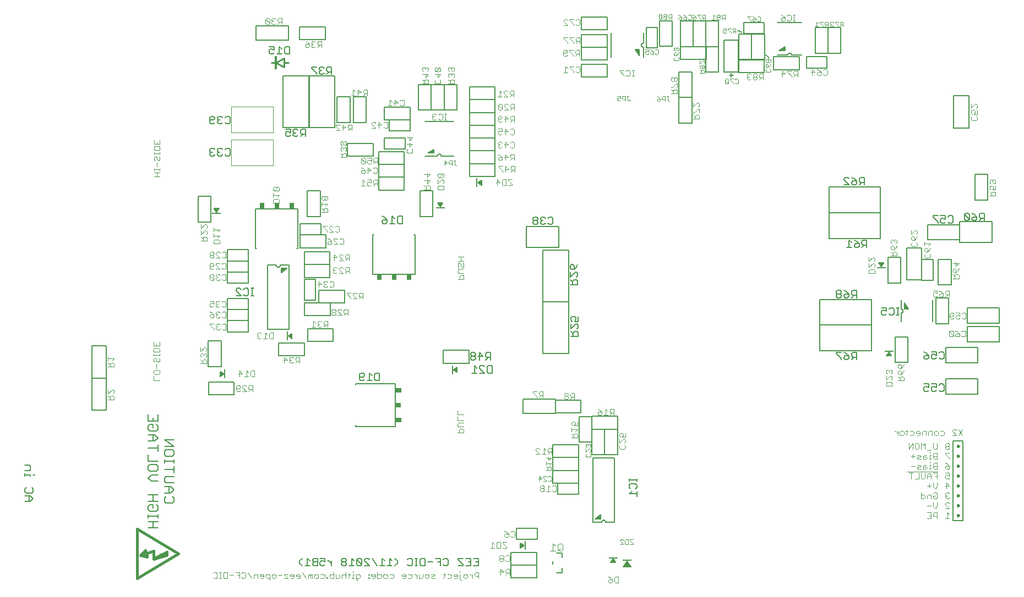
<source format=gbo>
G75*
%MOIN*%
%OFA0B0*%
%FSLAX25Y25*%
%IPPOS*%
%LPD*%
%AMOC8*
5,1,8,0,0,1.08239X$1,22.5*
%
%ADD10C,0.00500*%
%ADD11C,0.01000*%
%ADD12C,0.00600*%
%ADD13C,0.00400*%
%ADD14C,0.01600*%
%ADD15C,0.00700*%
%ADD16R,0.05512X0.00787*%
%ADD17R,0.00787X0.05512*%
%ADD18C,0.00300*%
%ADD19C,0.00800*%
%ADD20R,0.02992X0.03268*%
%ADD21R,0.02992X0.03583*%
%ADD22R,0.03268X0.02992*%
%ADD23R,0.03583X0.02992*%
%ADD24C,0.00200*%
%ADD25R,0.01181X0.08268*%
D10*
X0085365Y0122907D02*
X0094105Y0122907D01*
X0094105Y0142380D01*
X0085365Y0142380D01*
X0085365Y0122907D01*
X0085365Y0142407D02*
X0094105Y0142407D01*
X0094105Y0161880D01*
X0085365Y0161880D01*
X0085365Y0142407D01*
X0155959Y0139963D02*
X0155959Y0132222D01*
X0171495Y0132222D01*
X0171495Y0139963D01*
X0155959Y0139963D01*
X0155857Y0149325D02*
X0163597Y0149325D01*
X0163597Y0164860D01*
X0155857Y0164860D01*
X0155857Y0149325D01*
X0167428Y0170472D02*
X0180026Y0170472D01*
X0180026Y0177213D01*
X0167428Y0177213D01*
X0167428Y0170472D01*
X0167428Y0177222D02*
X0180026Y0177222D01*
X0180026Y0183963D01*
X0167428Y0183963D01*
X0167428Y0177222D01*
X0167428Y0183972D02*
X0180026Y0183972D01*
X0180026Y0190713D01*
X0167428Y0190713D01*
X0167428Y0183972D01*
X0172601Y0192343D02*
X0175604Y0192343D01*
X0172601Y0195345D01*
X0172601Y0196096D01*
X0173352Y0196846D01*
X0174853Y0196846D01*
X0175604Y0196096D01*
X0177205Y0196096D02*
X0177956Y0196846D01*
X0179457Y0196846D01*
X0180208Y0196096D01*
X0180208Y0193093D01*
X0179457Y0192343D01*
X0177956Y0192343D01*
X0177205Y0193093D01*
X0181776Y0192343D02*
X0183277Y0192343D01*
X0182526Y0192343D02*
X0182526Y0196846D01*
X0181776Y0196846D02*
X0183277Y0196846D01*
X0180026Y0199972D02*
X0180026Y0206713D01*
X0167428Y0206713D01*
X0167428Y0199972D01*
X0180026Y0199972D01*
X0180026Y0206722D02*
X0167428Y0206722D01*
X0167428Y0213463D01*
X0180026Y0213463D01*
X0180026Y0206722D01*
X0180026Y0213472D02*
X0180026Y0220213D01*
X0167428Y0220213D01*
X0167428Y0213472D01*
X0180026Y0213472D01*
X0211459Y0221472D02*
X0211459Y0229213D01*
X0226995Y0229213D01*
X0226995Y0221472D01*
X0211459Y0221472D01*
X0213959Y0218963D02*
X0213959Y0211222D01*
X0229495Y0211222D01*
X0229495Y0218963D01*
X0213959Y0218963D01*
X0213959Y0211213D02*
X0213959Y0203472D01*
X0229495Y0203472D01*
X0229495Y0211213D01*
X0213959Y0211213D01*
X0214107Y0202392D02*
X0214107Y0189793D01*
X0220847Y0189793D01*
X0220847Y0202392D01*
X0214107Y0202392D01*
X0222709Y0195713D02*
X0222709Y0187972D01*
X0238245Y0187972D01*
X0238245Y0195713D01*
X0222709Y0195713D01*
X0229745Y0187963D02*
X0214209Y0187963D01*
X0214209Y0180222D01*
X0229745Y0180222D01*
X0229745Y0187963D01*
X0231495Y0172463D02*
X0215959Y0172463D01*
X0215959Y0164722D01*
X0231495Y0164722D01*
X0231495Y0172463D01*
X0213995Y0163713D02*
X0213995Y0155972D01*
X0198459Y0155972D01*
X0198459Y0163713D01*
X0213995Y0163713D01*
X0247328Y0144596D02*
X0248079Y0145346D01*
X0249580Y0145346D01*
X0250331Y0144596D01*
X0250331Y0143845D01*
X0249580Y0143094D01*
X0247328Y0143094D01*
X0247328Y0141593D02*
X0247328Y0144596D01*
X0247328Y0141593D02*
X0248079Y0140843D01*
X0249580Y0140843D01*
X0250331Y0141593D01*
X0251932Y0140843D02*
X0254935Y0140843D01*
X0253434Y0140843D02*
X0253434Y0145346D01*
X0254935Y0143845D01*
X0256536Y0144596D02*
X0257287Y0145346D01*
X0259539Y0145346D01*
X0259539Y0140843D01*
X0257287Y0140843D01*
X0256536Y0141593D01*
X0256536Y0144596D01*
X0298209Y0151472D02*
X0298209Y0159213D01*
X0313745Y0159213D01*
X0313745Y0151472D01*
X0298209Y0151472D01*
X0314578Y0154093D02*
X0315329Y0153343D01*
X0316830Y0153343D01*
X0317581Y0154093D01*
X0317581Y0154844D01*
X0316830Y0155594D01*
X0315329Y0155594D01*
X0314578Y0154844D01*
X0314578Y0154093D01*
X0315329Y0155594D02*
X0314578Y0156345D01*
X0314578Y0157096D01*
X0315329Y0157846D01*
X0316830Y0157846D01*
X0317581Y0157096D01*
X0317581Y0156345D01*
X0316830Y0155594D01*
X0319182Y0155594D02*
X0322185Y0155594D01*
X0319933Y0157846D01*
X0319933Y0153343D01*
X0320852Y0149909D02*
X0322354Y0149909D01*
X0323104Y0149159D01*
X0324706Y0149159D02*
X0325456Y0149909D01*
X0327708Y0149909D01*
X0327708Y0145406D01*
X0325456Y0145406D01*
X0324706Y0146156D01*
X0324706Y0149159D01*
X0320852Y0149909D02*
X0320102Y0149159D01*
X0320102Y0148408D01*
X0323104Y0145406D01*
X0320102Y0145406D01*
X0318500Y0145406D02*
X0315498Y0145406D01*
X0316999Y0145406D02*
X0316999Y0149909D01*
X0318500Y0148408D01*
X0323786Y0153343D02*
X0325288Y0154844D01*
X0324537Y0154844D02*
X0326789Y0154844D01*
X0326789Y0153343D02*
X0326789Y0157846D01*
X0324537Y0157846D01*
X0323786Y0157096D01*
X0323786Y0155594D01*
X0324537Y0154844D01*
X0358420Y0157451D02*
X0374034Y0157451D01*
X0374034Y0188734D01*
X0358420Y0188734D01*
X0358420Y0157451D01*
X0375327Y0167593D02*
X0379831Y0167593D01*
X0379831Y0169844D01*
X0379080Y0170595D01*
X0377579Y0170595D01*
X0376828Y0169844D01*
X0376828Y0167593D01*
X0376828Y0169094D02*
X0375327Y0170595D01*
X0375327Y0172196D02*
X0378330Y0175199D01*
X0379080Y0175199D01*
X0379831Y0174448D01*
X0379831Y0172947D01*
X0379080Y0172196D01*
X0375327Y0172196D02*
X0375327Y0175199D01*
X0376078Y0176800D02*
X0375327Y0177551D01*
X0375327Y0179052D01*
X0376078Y0179803D01*
X0377579Y0179803D01*
X0378330Y0179052D01*
X0378330Y0178302D01*
X0377579Y0176800D01*
X0379831Y0176800D01*
X0379831Y0179803D01*
X0374034Y0188701D02*
X0374034Y0219984D01*
X0358420Y0219984D01*
X0358420Y0188701D01*
X0374034Y0188701D01*
X0374977Y0199031D02*
X0379481Y0199031D01*
X0379481Y0201283D01*
X0378730Y0202033D01*
X0377229Y0202033D01*
X0376478Y0201283D01*
X0376478Y0199031D01*
X0376478Y0200532D02*
X0374977Y0202033D01*
X0374977Y0203635D02*
X0377980Y0206637D01*
X0378730Y0206637D01*
X0379481Y0205887D01*
X0379481Y0204385D01*
X0378730Y0203635D01*
X0374977Y0203635D02*
X0374977Y0206637D01*
X0375728Y0208239D02*
X0374977Y0208989D01*
X0374977Y0210490D01*
X0375728Y0211241D01*
X0376478Y0211241D01*
X0377229Y0210490D01*
X0377229Y0208239D01*
X0375728Y0208239D01*
X0377229Y0208239D02*
X0378730Y0209740D01*
X0379481Y0211241D01*
X0367963Y0221754D02*
X0367963Y0234431D01*
X0348491Y0234431D01*
X0348491Y0221754D01*
X0367963Y0221754D01*
X0363788Y0235593D02*
X0362287Y0235593D01*
X0361536Y0236343D01*
X0359935Y0236343D02*
X0359184Y0235593D01*
X0357683Y0235593D01*
X0356932Y0236343D01*
X0356932Y0237094D01*
X0357683Y0237844D01*
X0358434Y0237844D01*
X0357683Y0237844D02*
X0356932Y0238595D01*
X0356932Y0239346D01*
X0357683Y0240096D01*
X0359184Y0240096D01*
X0359935Y0239346D01*
X0361536Y0239346D02*
X0362287Y0240096D01*
X0363788Y0240096D01*
X0364539Y0239346D01*
X0364539Y0236343D01*
X0363788Y0235593D01*
X0355331Y0236343D02*
X0355331Y0237094D01*
X0354580Y0237844D01*
X0353079Y0237844D01*
X0352328Y0237094D01*
X0352328Y0236343D01*
X0353079Y0235593D01*
X0354580Y0235593D01*
X0355331Y0236343D01*
X0354580Y0237844D02*
X0355331Y0238595D01*
X0355331Y0239346D01*
X0354580Y0240096D01*
X0353079Y0240096D01*
X0352328Y0239346D01*
X0352328Y0238595D01*
X0353079Y0237844D01*
X0329495Y0264722D02*
X0313959Y0264722D01*
X0313959Y0272463D01*
X0329495Y0272463D01*
X0329495Y0264722D01*
X0329495Y0272472D02*
X0329495Y0280213D01*
X0313959Y0280213D01*
X0313959Y0272472D01*
X0329495Y0272472D01*
X0329495Y0280222D02*
X0329495Y0287963D01*
X0313959Y0287963D01*
X0313959Y0280222D01*
X0329495Y0280222D01*
X0329495Y0287972D02*
X0329495Y0295713D01*
X0313959Y0295713D01*
X0313959Y0287972D01*
X0329495Y0287972D01*
X0329495Y0295722D02*
X0329495Y0303463D01*
X0313959Y0303463D01*
X0313959Y0295722D01*
X0329495Y0295722D01*
X0329495Y0303472D02*
X0329495Y0311213D01*
X0313959Y0311213D01*
X0313959Y0303472D01*
X0329495Y0303472D01*
X0329495Y0311222D02*
X0329495Y0318963D01*
X0313959Y0318963D01*
X0313959Y0311222D01*
X0329495Y0311222D01*
X0306347Y0304825D02*
X0298607Y0304825D01*
X0298607Y0320360D01*
X0306347Y0320360D01*
X0306347Y0304825D01*
X0298597Y0304825D02*
X0290857Y0304825D01*
X0290857Y0320360D01*
X0298597Y0320360D01*
X0298597Y0304825D01*
X0290847Y0304825D02*
X0290847Y0320360D01*
X0283107Y0320360D01*
X0283107Y0304825D01*
X0290847Y0304825D01*
X0277995Y0306713D02*
X0277995Y0298972D01*
X0262459Y0298972D01*
X0262459Y0306713D01*
X0277995Y0306713D01*
X0278026Y0298963D02*
X0265428Y0298963D01*
X0265428Y0292222D01*
X0278026Y0292222D01*
X0278026Y0298963D01*
X0275026Y0287963D02*
X0262428Y0287963D01*
X0262428Y0281222D01*
X0275026Y0281222D01*
X0275026Y0287963D01*
X0274495Y0279713D02*
X0258959Y0279713D01*
X0258959Y0271972D01*
X0274495Y0271972D01*
X0274495Y0279713D01*
X0274495Y0271963D02*
X0258959Y0271963D01*
X0258959Y0264222D01*
X0274495Y0264222D01*
X0274495Y0271963D01*
X0274495Y0264213D02*
X0258959Y0264213D01*
X0258959Y0256472D01*
X0274495Y0256472D01*
X0274495Y0264213D01*
X0284107Y0255860D02*
X0284107Y0240325D01*
X0291847Y0240325D01*
X0291847Y0255860D01*
X0284107Y0255860D01*
X0273227Y0240596D02*
X0270975Y0240596D01*
X0270224Y0239846D01*
X0270224Y0236843D01*
X0270975Y0236093D01*
X0273227Y0236093D01*
X0273227Y0240596D01*
X0268623Y0239095D02*
X0267122Y0240596D01*
X0267122Y0236093D01*
X0268623Y0236093D02*
X0265621Y0236093D01*
X0264019Y0236843D02*
X0263269Y0236093D01*
X0261767Y0236093D01*
X0261017Y0236843D01*
X0261017Y0237594D01*
X0261767Y0238344D01*
X0264019Y0238344D01*
X0264019Y0236843D01*
X0264019Y0238344D02*
X0262518Y0239846D01*
X0261017Y0240596D01*
X0224026Y0235963D02*
X0224026Y0229222D01*
X0211428Y0229222D01*
X0211428Y0235963D01*
X0224026Y0235963D01*
X0223597Y0240325D02*
X0215857Y0240325D01*
X0215857Y0255860D01*
X0223597Y0255860D01*
X0223597Y0240325D01*
X0240209Y0276972D02*
X0255745Y0276972D01*
X0255745Y0284713D01*
X0240209Y0284713D01*
X0240209Y0276972D01*
X0214789Y0288843D02*
X0214789Y0293346D01*
X0212537Y0293346D01*
X0211786Y0292596D01*
X0211786Y0291094D01*
X0212537Y0290344D01*
X0214789Y0290344D01*
X0213288Y0290344D02*
X0211786Y0288843D01*
X0210185Y0289593D02*
X0209434Y0288843D01*
X0207933Y0288843D01*
X0207182Y0289593D01*
X0207182Y0290344D01*
X0207933Y0291094D01*
X0208684Y0291094D01*
X0207933Y0291094D02*
X0207182Y0291845D01*
X0207182Y0292596D01*
X0207933Y0293346D01*
X0209434Y0293346D01*
X0210185Y0292596D01*
X0205581Y0293346D02*
X0205581Y0291094D01*
X0204080Y0291845D01*
X0203329Y0291845D01*
X0202578Y0291094D01*
X0202578Y0289593D01*
X0203329Y0288843D01*
X0204830Y0288843D01*
X0205581Y0289593D01*
X0205581Y0293346D02*
X0202578Y0293346D01*
X0201170Y0294451D02*
X0216784Y0294451D01*
X0216784Y0325734D01*
X0201170Y0325734D01*
X0201170Y0294451D01*
X0216920Y0294451D02*
X0232534Y0294451D01*
X0232534Y0325734D01*
X0216920Y0325734D01*
X0216920Y0294451D01*
X0233857Y0297325D02*
X0241597Y0297325D01*
X0241597Y0312860D01*
X0233857Y0312860D01*
X0233857Y0297325D01*
X0243607Y0297325D02*
X0251347Y0297325D01*
X0251347Y0312860D01*
X0243607Y0312860D01*
X0243607Y0297325D01*
X0230539Y0326593D02*
X0230539Y0331096D01*
X0228287Y0331096D01*
X0227536Y0330346D01*
X0227536Y0328844D01*
X0228287Y0328094D01*
X0230539Y0328094D01*
X0229038Y0328094D02*
X0227536Y0326593D01*
X0225935Y0327343D02*
X0225184Y0326593D01*
X0223683Y0326593D01*
X0222932Y0327343D01*
X0222932Y0328094D01*
X0223683Y0328844D01*
X0224434Y0328844D01*
X0223683Y0328844D02*
X0222932Y0329595D01*
X0222932Y0330346D01*
X0223683Y0331096D01*
X0225184Y0331096D01*
X0225935Y0330346D01*
X0221331Y0331096D02*
X0218328Y0331096D01*
X0218328Y0330346D01*
X0221331Y0327343D01*
X0221331Y0326593D01*
X0204895Y0338939D02*
X0202643Y0338939D01*
X0201893Y0339690D01*
X0201893Y0342692D01*
X0202643Y0343443D01*
X0204895Y0343443D01*
X0204895Y0338939D01*
X0200291Y0338939D02*
X0197289Y0338939D01*
X0198790Y0338939D02*
X0198790Y0343443D01*
X0200291Y0341942D01*
X0195687Y0341191D02*
X0194186Y0341942D01*
X0193435Y0341942D01*
X0192685Y0341191D01*
X0192685Y0339690D01*
X0193435Y0338939D01*
X0194937Y0338939D01*
X0195687Y0339690D01*
X0195687Y0341191D02*
X0195687Y0343443D01*
X0192685Y0343443D01*
X0184741Y0347222D02*
X0204213Y0347222D01*
X0204213Y0355963D01*
X0184741Y0355963D01*
X0184741Y0347222D01*
X0211209Y0347722D02*
X0211209Y0355463D01*
X0226745Y0355463D01*
X0226745Y0347722D01*
X0211209Y0347722D01*
X0168226Y0301096D02*
X0166725Y0301096D01*
X0165974Y0300346D01*
X0164373Y0300346D02*
X0163622Y0301096D01*
X0162121Y0301096D01*
X0161371Y0300346D01*
X0161371Y0299595D01*
X0162121Y0298844D01*
X0161371Y0298094D01*
X0161371Y0297343D01*
X0162121Y0296593D01*
X0163622Y0296593D01*
X0164373Y0297343D01*
X0165974Y0297343D02*
X0166725Y0296593D01*
X0168226Y0296593D01*
X0168977Y0297343D01*
X0168977Y0300346D01*
X0168226Y0301096D01*
X0162872Y0298844D02*
X0162121Y0298844D01*
X0159769Y0299595D02*
X0159019Y0298844D01*
X0156767Y0298844D01*
X0156767Y0297343D02*
X0156767Y0300346D01*
X0157517Y0301096D01*
X0159019Y0301096D01*
X0159769Y0300346D01*
X0159769Y0299595D01*
X0159769Y0297343D02*
X0159019Y0296593D01*
X0157517Y0296593D01*
X0156767Y0297343D01*
X0157517Y0281596D02*
X0156767Y0280846D01*
X0156767Y0280095D01*
X0157517Y0279344D01*
X0156767Y0278594D01*
X0156767Y0277843D01*
X0157517Y0277093D01*
X0159019Y0277093D01*
X0159769Y0277843D01*
X0161371Y0277843D02*
X0162121Y0277093D01*
X0163622Y0277093D01*
X0164373Y0277843D01*
X0165974Y0277843D02*
X0166725Y0277093D01*
X0168226Y0277093D01*
X0168977Y0277843D01*
X0168977Y0280846D01*
X0168226Y0281596D01*
X0166725Y0281596D01*
X0165974Y0280846D01*
X0164373Y0280846D02*
X0163622Y0281596D01*
X0162121Y0281596D01*
X0161371Y0280846D01*
X0161371Y0280095D01*
X0162121Y0279344D01*
X0161371Y0278594D01*
X0161371Y0277843D01*
X0162121Y0279344D02*
X0162872Y0279344D01*
X0159769Y0280846D02*
X0159019Y0281596D01*
X0157517Y0281596D01*
X0157517Y0279344D02*
X0158268Y0279344D01*
X0157347Y0252610D02*
X0149607Y0252610D01*
X0149607Y0237075D01*
X0157347Y0237075D01*
X0157347Y0252610D01*
X0346491Y0129713D02*
X0346491Y0120972D01*
X0365963Y0120972D01*
X0365963Y0129713D01*
X0346491Y0129713D01*
X0365959Y0128963D02*
X0365959Y0121222D01*
X0381495Y0121222D01*
X0381495Y0128963D01*
X0365959Y0128963D01*
X0380357Y0119110D02*
X0380357Y0103575D01*
X0388097Y0103575D01*
X0388097Y0119110D01*
X0380357Y0119110D01*
X0388209Y0119213D02*
X0388209Y0111472D01*
X0403745Y0111472D01*
X0403745Y0119213D01*
X0388209Y0119213D01*
X0388107Y0111360D02*
X0395847Y0111360D01*
X0395847Y0095825D01*
X0388107Y0095825D01*
X0388107Y0111360D01*
X0395857Y0111360D02*
X0403597Y0111360D01*
X0403597Y0095825D01*
X0395857Y0095825D01*
X0395857Y0111360D01*
X0379995Y0101963D02*
X0379995Y0094222D01*
X0364459Y0094222D01*
X0364459Y0101963D01*
X0379995Y0101963D01*
X0379995Y0094213D02*
X0364459Y0094213D01*
X0364459Y0086472D01*
X0379995Y0086472D01*
X0379995Y0094213D01*
X0379995Y0086463D02*
X0379995Y0078722D01*
X0364459Y0078722D01*
X0364459Y0086463D01*
X0379995Y0086463D01*
X0380026Y0078713D02*
X0367428Y0078713D01*
X0367428Y0071972D01*
X0380026Y0071972D01*
X0380026Y0078713D01*
X0410723Y0077573D02*
X0411474Y0078323D01*
X0414476Y0078323D01*
X0415227Y0077573D01*
X0415227Y0076071D01*
X0414476Y0075321D01*
X0415227Y0073719D02*
X0415227Y0070717D01*
X0415227Y0072218D02*
X0410723Y0072218D01*
X0412224Y0073719D01*
X0411474Y0075321D02*
X0410723Y0076071D01*
X0410723Y0077573D01*
X0410723Y0079891D02*
X0410723Y0081393D01*
X0410723Y0080642D02*
X0415227Y0080642D01*
X0415227Y0081393D02*
X0415227Y0079891D01*
X0355026Y0051463D02*
X0355026Y0044722D01*
X0342428Y0044722D01*
X0342428Y0051463D01*
X0355026Y0051463D01*
X0354745Y0036713D02*
X0339209Y0036713D01*
X0339209Y0028972D01*
X0354745Y0028972D01*
X0354745Y0036713D01*
X0354745Y0028963D02*
X0339209Y0028963D01*
X0339209Y0021222D01*
X0354745Y0021222D01*
X0354745Y0028963D01*
X0319343Y0028608D02*
X0316341Y0028608D01*
X0314739Y0028608D02*
X0311737Y0028608D01*
X0310135Y0028608D02*
X0307133Y0028608D01*
X0310135Y0028608D02*
X0310135Y0029359D01*
X0307133Y0032361D01*
X0307133Y0033112D01*
X0310135Y0033112D01*
X0311737Y0033112D02*
X0314739Y0033112D01*
X0314739Y0028608D01*
X0314739Y0030860D02*
X0313238Y0030860D01*
X0316341Y0033112D02*
X0319343Y0033112D01*
X0319343Y0028608D01*
X0319343Y0030860D02*
X0317842Y0030860D01*
X0300927Y0029359D02*
X0300177Y0028608D01*
X0298676Y0028608D01*
X0297925Y0029359D01*
X0296324Y0028608D02*
X0296324Y0033112D01*
X0293321Y0033112D01*
X0294822Y0030860D02*
X0296324Y0030860D01*
X0297925Y0032361D02*
X0298676Y0033112D01*
X0300177Y0033112D01*
X0300927Y0032361D01*
X0300927Y0029359D01*
X0291720Y0030860D02*
X0288717Y0030860D01*
X0287116Y0028608D02*
X0284864Y0028608D01*
X0284113Y0029359D01*
X0284113Y0032361D01*
X0284864Y0033112D01*
X0287116Y0033112D01*
X0287116Y0028608D01*
X0282512Y0028608D02*
X0281010Y0028608D01*
X0281761Y0028608D02*
X0281761Y0033112D01*
X0282512Y0033112D02*
X0281010Y0033112D01*
X0279442Y0032361D02*
X0279442Y0029359D01*
X0278692Y0028608D01*
X0277191Y0028608D01*
X0276440Y0029359D01*
X0276440Y0032361D02*
X0277191Y0033112D01*
X0278692Y0033112D01*
X0279442Y0032361D01*
X0270235Y0031611D02*
X0268733Y0033112D01*
X0270235Y0031611D02*
X0270235Y0030110D01*
X0268733Y0028608D01*
X0267165Y0028608D02*
X0264163Y0028608D01*
X0265664Y0028608D02*
X0265664Y0033112D01*
X0267165Y0031611D01*
X0262561Y0031611D02*
X0261060Y0033112D01*
X0261060Y0028608D01*
X0262561Y0028608D02*
X0259559Y0028608D01*
X0257958Y0028608D02*
X0254955Y0033112D01*
X0253354Y0032361D02*
X0252603Y0033112D01*
X0251102Y0033112D01*
X0250351Y0032361D01*
X0250351Y0031611D01*
X0253354Y0028608D01*
X0250351Y0028608D01*
X0248750Y0029359D02*
X0245747Y0032361D01*
X0245747Y0029359D01*
X0246498Y0028608D01*
X0247999Y0028608D01*
X0248750Y0029359D01*
X0248750Y0032361D01*
X0247999Y0033112D01*
X0246498Y0033112D01*
X0245747Y0032361D01*
X0244146Y0031611D02*
X0242644Y0033112D01*
X0242644Y0028608D01*
X0241143Y0028608D02*
X0244146Y0028608D01*
X0239542Y0029359D02*
X0239542Y0030110D01*
X0238791Y0030860D01*
X0237290Y0030860D01*
X0236539Y0030110D01*
X0236539Y0029359D01*
X0237290Y0028608D01*
X0238791Y0028608D01*
X0239542Y0029359D01*
X0238791Y0030860D02*
X0239542Y0031611D01*
X0239542Y0032361D01*
X0238791Y0033112D01*
X0237290Y0033112D01*
X0236539Y0032361D01*
X0236539Y0031611D01*
X0237290Y0030860D01*
X0230334Y0030110D02*
X0228833Y0031611D01*
X0228082Y0031611D01*
X0226497Y0030860D02*
X0224996Y0031611D01*
X0224245Y0031611D01*
X0223495Y0030860D01*
X0223495Y0029359D01*
X0224245Y0028608D01*
X0225747Y0028608D01*
X0226497Y0029359D01*
X0226497Y0030860D02*
X0226497Y0033112D01*
X0223495Y0033112D01*
X0221893Y0033112D02*
X0219642Y0033112D01*
X0218891Y0032361D01*
X0218891Y0031611D01*
X0219642Y0030860D01*
X0221893Y0030860D01*
X0219642Y0030860D02*
X0218891Y0030110D01*
X0218891Y0029359D01*
X0219642Y0028608D01*
X0221893Y0028608D01*
X0221893Y0033112D01*
X0217290Y0031611D02*
X0215788Y0033112D01*
X0215788Y0028608D01*
X0214287Y0028608D02*
X0217290Y0028608D01*
X0212686Y0028608D02*
X0211184Y0030110D01*
X0211184Y0031611D01*
X0212686Y0033112D01*
X0230334Y0031611D02*
X0230334Y0028608D01*
X0526085Y0159035D02*
X0526085Y0174650D01*
X0557369Y0174650D01*
X0557369Y0159035D01*
X0526085Y0159035D01*
X0536017Y0158096D02*
X0536017Y0157346D01*
X0539019Y0154343D01*
X0539019Y0153593D01*
X0540621Y0154343D02*
X0540621Y0155094D01*
X0541371Y0155844D01*
X0543623Y0155844D01*
X0543623Y0154343D01*
X0542872Y0153593D01*
X0541371Y0153593D01*
X0540621Y0154343D01*
X0543623Y0155844D02*
X0542122Y0157346D01*
X0540621Y0158096D01*
X0539019Y0158096D02*
X0536017Y0158096D01*
X0545224Y0157346D02*
X0545224Y0155844D01*
X0545975Y0155094D01*
X0548227Y0155094D01*
X0546726Y0155094D02*
X0545224Y0153593D01*
X0548227Y0153593D02*
X0548227Y0158096D01*
X0545975Y0158096D01*
X0545224Y0157346D01*
X0557369Y0174535D02*
X0526085Y0174535D01*
X0526085Y0190150D01*
X0557369Y0190150D01*
X0557369Y0174535D01*
X0564052Y0180593D02*
X0565553Y0180593D01*
X0566304Y0181343D01*
X0566304Y0182844D02*
X0564803Y0183595D01*
X0564052Y0183595D01*
X0563301Y0182844D01*
X0563301Y0181343D01*
X0564052Y0180593D01*
X0566304Y0182844D02*
X0566304Y0185096D01*
X0563301Y0185096D01*
X0567905Y0184346D02*
X0568656Y0185096D01*
X0570157Y0185096D01*
X0570908Y0184346D01*
X0570908Y0181343D01*
X0570157Y0180593D01*
X0568656Y0180593D01*
X0567905Y0181343D01*
X0572476Y0180593D02*
X0573977Y0180593D01*
X0573226Y0180593D02*
X0573226Y0185096D01*
X0572476Y0185096D02*
X0573977Y0185096D01*
X0596357Y0190860D02*
X0596357Y0175325D01*
X0604097Y0175325D01*
X0604097Y0190860D01*
X0596357Y0190860D01*
X0597857Y0198825D02*
X0605597Y0198825D01*
X0605597Y0214360D01*
X0597857Y0214360D01*
X0597857Y0198825D01*
X0594597Y0201793D02*
X0587857Y0201793D01*
X0587857Y0214392D01*
X0594597Y0214392D01*
X0594597Y0201793D01*
X0587847Y0201856D02*
X0578607Y0201856D01*
X0578607Y0221329D01*
X0587847Y0221329D01*
X0587847Y0201856D01*
X0575097Y0200075D02*
X0575097Y0215610D01*
X0567357Y0215610D01*
X0567357Y0200075D01*
X0575097Y0200075D01*
X0548227Y0195596D02*
X0548227Y0191093D01*
X0548227Y0192594D02*
X0545975Y0192594D01*
X0545224Y0193344D01*
X0545224Y0194846D01*
X0545975Y0195596D01*
X0548227Y0195596D01*
X0546726Y0192594D02*
X0545224Y0191093D01*
X0543623Y0191843D02*
X0542872Y0191093D01*
X0541371Y0191093D01*
X0540621Y0191843D01*
X0540621Y0192594D01*
X0541371Y0193344D01*
X0543623Y0193344D01*
X0543623Y0191843D01*
X0543623Y0193344D02*
X0542122Y0194846D01*
X0540621Y0195596D01*
X0539019Y0194846D02*
X0539019Y0194095D01*
X0538269Y0193344D01*
X0536767Y0193344D01*
X0536017Y0192594D01*
X0536017Y0191843D01*
X0536767Y0191093D01*
X0538269Y0191093D01*
X0539019Y0191843D01*
X0539019Y0192594D01*
X0538269Y0193344D01*
X0536767Y0193344D02*
X0536017Y0194095D01*
X0536017Y0194846D01*
X0536767Y0195596D01*
X0538269Y0195596D01*
X0539019Y0194846D01*
X0542328Y0221593D02*
X0545331Y0221593D01*
X0543830Y0221593D02*
X0543830Y0226096D01*
X0545331Y0224595D01*
X0546932Y0223094D02*
X0547683Y0223844D01*
X0549935Y0223844D01*
X0549935Y0222343D01*
X0549184Y0221593D01*
X0547683Y0221593D01*
X0546932Y0222343D01*
X0546932Y0223094D01*
X0548434Y0225346D02*
X0549935Y0223844D01*
X0551536Y0223844D02*
X0552287Y0223094D01*
X0554539Y0223094D01*
X0553038Y0223094D02*
X0551536Y0221593D01*
X0551536Y0223844D02*
X0551536Y0225346D01*
X0552287Y0226096D01*
X0554539Y0226096D01*
X0554539Y0221593D01*
X0548434Y0225346D02*
X0546932Y0226096D01*
X0531585Y0227035D02*
X0562869Y0227035D01*
X0562869Y0242650D01*
X0531585Y0242650D01*
X0531585Y0227035D01*
X0531585Y0242785D02*
X0531585Y0258400D01*
X0562869Y0258400D01*
X0562869Y0242785D01*
X0531585Y0242785D01*
X0540828Y0259593D02*
X0543831Y0259593D01*
X0540828Y0262595D01*
X0540828Y0263346D01*
X0541579Y0264096D01*
X0543080Y0264096D01*
X0543831Y0263346D01*
X0545432Y0264096D02*
X0546934Y0263346D01*
X0548435Y0261844D01*
X0546183Y0261844D01*
X0545432Y0261094D01*
X0545432Y0260343D01*
X0546183Y0259593D01*
X0547684Y0259593D01*
X0548435Y0260343D01*
X0548435Y0261844D01*
X0550036Y0261844D02*
X0550787Y0261094D01*
X0553039Y0261094D01*
X0551538Y0261094D02*
X0550036Y0259593D01*
X0550036Y0261844D02*
X0550036Y0263346D01*
X0550787Y0264096D01*
X0553039Y0264096D01*
X0553039Y0259593D01*
X0591241Y0235463D02*
X0591241Y0226222D01*
X0610713Y0226222D01*
X0610713Y0235463D01*
X0591241Y0235463D01*
X0594578Y0240096D02*
X0597581Y0237093D01*
X0597581Y0236343D01*
X0599182Y0237093D02*
X0599933Y0236343D01*
X0601434Y0236343D01*
X0602185Y0237093D01*
X0602185Y0238594D02*
X0600684Y0239345D01*
X0599933Y0239345D01*
X0599182Y0238594D01*
X0599182Y0237093D01*
X0602185Y0238594D02*
X0602185Y0240846D01*
X0599182Y0240846D01*
X0597581Y0240846D02*
X0594578Y0240846D01*
X0594578Y0240096D01*
X0603786Y0240096D02*
X0604537Y0240846D01*
X0606038Y0240846D01*
X0606789Y0240096D01*
X0606789Y0237093D01*
X0606038Y0236343D01*
X0604537Y0236343D01*
X0603786Y0237093D01*
X0610741Y0237181D02*
X0610741Y0224504D01*
X0630213Y0224504D01*
X0630213Y0237181D01*
X0610741Y0237181D01*
X0613578Y0238593D02*
X0614329Y0237843D01*
X0615830Y0237843D01*
X0616581Y0238593D01*
X0613578Y0241596D01*
X0613578Y0238593D01*
X0613578Y0241596D02*
X0614329Y0242346D01*
X0615830Y0242346D01*
X0616581Y0241596D01*
X0616581Y0238593D01*
X0618182Y0238593D02*
X0618182Y0239344D01*
X0618933Y0240094D01*
X0621185Y0240094D01*
X0621185Y0238593D01*
X0620434Y0237843D01*
X0618933Y0237843D01*
X0618182Y0238593D01*
X0619684Y0241596D02*
X0621185Y0240094D01*
X0622786Y0240094D02*
X0623537Y0239344D01*
X0625789Y0239344D01*
X0624288Y0239344D02*
X0622786Y0237843D01*
X0622786Y0240094D02*
X0622786Y0241596D01*
X0623537Y0242346D01*
X0625789Y0242346D01*
X0625789Y0237843D01*
X0619684Y0241596D02*
X0618182Y0242346D01*
X0620107Y0250325D02*
X0627847Y0250325D01*
X0627847Y0265860D01*
X0620107Y0265860D01*
X0620107Y0250325D01*
X0616347Y0294106D02*
X0607107Y0294106D01*
X0607107Y0313579D01*
X0616347Y0313579D01*
X0616347Y0294106D01*
X0538847Y0339325D02*
X0538847Y0354860D01*
X0531107Y0354860D01*
X0531107Y0339325D01*
X0538847Y0339325D01*
X0531097Y0339325D02*
X0523357Y0339325D01*
X0523357Y0354860D01*
X0531097Y0354860D01*
X0531097Y0339325D01*
X0530526Y0337213D02*
X0517928Y0337213D01*
X0517928Y0330472D01*
X0530526Y0330472D01*
X0530526Y0337213D01*
X0513745Y0337213D02*
X0513745Y0329472D01*
X0498209Y0329472D01*
X0498209Y0337213D01*
X0513745Y0337213D01*
X0492597Y0335575D02*
X0484857Y0335575D01*
X0484857Y0351110D01*
X0492597Y0351110D01*
X0492597Y0335575D01*
X0492495Y0335463D02*
X0476959Y0335463D01*
X0476959Y0327722D01*
X0492495Y0327722D01*
X0492495Y0335463D01*
X0484847Y0335575D02*
X0477107Y0335575D01*
X0477107Y0351110D01*
X0484847Y0351110D01*
X0484847Y0335575D01*
X0476847Y0327856D02*
X0468107Y0327856D01*
X0468107Y0347329D01*
X0476847Y0347329D01*
X0476847Y0327856D01*
X0473727Y0326093D02*
X0471227Y0326093D01*
X0472477Y0324843D02*
X0472477Y0327343D01*
X0464847Y0327825D02*
X0457107Y0327825D01*
X0457107Y0343360D01*
X0464847Y0343360D01*
X0464847Y0327825D01*
X0457245Y0335722D02*
X0457245Y0343463D01*
X0441709Y0343463D01*
X0441709Y0335722D01*
X0457245Y0335722D01*
X0457107Y0343325D02*
X0464847Y0343325D01*
X0464847Y0358860D01*
X0457107Y0358860D01*
X0457107Y0343325D01*
X0457097Y0343325D02*
X0457097Y0358860D01*
X0449357Y0358860D01*
X0449357Y0343325D01*
X0457097Y0343325D01*
X0449347Y0343325D02*
X0441607Y0343325D01*
X0441607Y0358860D01*
X0449347Y0358860D01*
X0449347Y0343325D01*
X0436847Y0343575D02*
X0429107Y0343575D01*
X0429107Y0359110D01*
X0436847Y0359110D01*
X0436847Y0343575D01*
X0427847Y0342543D02*
X0427847Y0355142D01*
X0421107Y0355142D01*
X0421107Y0342543D01*
X0427847Y0342543D01*
X0440857Y0328110D02*
X0448597Y0328110D01*
X0448597Y0312575D01*
X0440857Y0312575D01*
X0440857Y0328110D01*
X0440857Y0312610D02*
X0448597Y0312610D01*
X0448597Y0297075D01*
X0440857Y0297075D01*
X0440857Y0312610D01*
X0397245Y0324972D02*
X0397245Y0332713D01*
X0381709Y0332713D01*
X0381709Y0324972D01*
X0397245Y0324972D01*
X0397245Y0335222D02*
X0381709Y0335222D01*
X0381709Y0342963D01*
X0397245Y0342963D01*
X0397245Y0335222D01*
X0397245Y0342972D02*
X0381709Y0342972D01*
X0381709Y0350713D01*
X0397245Y0350713D01*
X0397245Y0342972D01*
X0397245Y0353722D02*
X0381709Y0353722D01*
X0381709Y0361463D01*
X0397245Y0361463D01*
X0397245Y0353722D01*
X0479928Y0351222D02*
X0492526Y0351222D01*
X0492526Y0357963D01*
X0479928Y0357963D01*
X0479928Y0351222D01*
X0615241Y0184963D02*
X0615241Y0175722D01*
X0634713Y0175722D01*
X0634713Y0184963D01*
X0615241Y0184963D01*
X0615241Y0173713D02*
X0615241Y0164472D01*
X0634713Y0164472D01*
X0634713Y0173713D01*
X0615241Y0173713D01*
X0621713Y0160963D02*
X0602241Y0160963D01*
X0602241Y0151722D01*
X0621713Y0151722D01*
X0621713Y0160963D01*
X0601227Y0157596D02*
X0601227Y0154593D01*
X0600476Y0153843D01*
X0598975Y0153843D01*
X0598224Y0154593D01*
X0596623Y0154593D02*
X0595872Y0153843D01*
X0594371Y0153843D01*
X0593621Y0154593D01*
X0593621Y0156094D01*
X0594371Y0156845D01*
X0595122Y0156845D01*
X0596623Y0156094D01*
X0596623Y0158346D01*
X0593621Y0158346D01*
X0592019Y0156094D02*
X0589767Y0156094D01*
X0589017Y0155344D01*
X0589017Y0154593D01*
X0589767Y0153843D01*
X0591269Y0153843D01*
X0592019Y0154593D01*
X0592019Y0156094D01*
X0590518Y0157596D01*
X0589017Y0158346D01*
X0579347Y0151825D02*
X0571607Y0151825D01*
X0571607Y0167360D01*
X0579347Y0167360D01*
X0579347Y0151825D01*
X0598224Y0157596D02*
X0598975Y0158346D01*
X0600476Y0158346D01*
X0601227Y0157596D01*
X0602241Y0141963D02*
X0602241Y0132722D01*
X0621713Y0132722D01*
X0621713Y0141963D01*
X0602241Y0141963D01*
X0600476Y0138846D02*
X0601227Y0138096D01*
X0601227Y0135093D01*
X0600476Y0134343D01*
X0598975Y0134343D01*
X0598224Y0135093D01*
X0596623Y0135093D02*
X0595872Y0134343D01*
X0594371Y0134343D01*
X0593621Y0135093D01*
X0593621Y0136594D01*
X0594371Y0137345D01*
X0595122Y0137345D01*
X0596623Y0136594D01*
X0596623Y0138846D01*
X0593621Y0138846D01*
X0592019Y0138846D02*
X0592019Y0136594D01*
X0590518Y0137345D01*
X0589767Y0137345D01*
X0589017Y0136594D01*
X0589017Y0135093D01*
X0589767Y0134343D01*
X0591269Y0134343D01*
X0592019Y0135093D01*
X0592019Y0138846D02*
X0589017Y0138846D01*
X0598224Y0138096D02*
X0598975Y0138846D01*
X0600476Y0138846D01*
D11*
X0609227Y0101093D02*
X0609229Y0101137D01*
X0609235Y0101181D01*
X0609245Y0101224D01*
X0609258Y0101266D01*
X0609275Y0101307D01*
X0609296Y0101346D01*
X0609320Y0101383D01*
X0609347Y0101418D01*
X0609377Y0101450D01*
X0609410Y0101480D01*
X0609446Y0101506D01*
X0609483Y0101530D01*
X0609523Y0101549D01*
X0609564Y0101566D01*
X0609607Y0101578D01*
X0609650Y0101587D01*
X0609694Y0101592D01*
X0609738Y0101593D01*
X0609782Y0101590D01*
X0609826Y0101583D01*
X0609869Y0101572D01*
X0609911Y0101558D01*
X0609951Y0101540D01*
X0609990Y0101518D01*
X0610026Y0101494D01*
X0610060Y0101466D01*
X0610092Y0101435D01*
X0610121Y0101401D01*
X0610147Y0101365D01*
X0610169Y0101327D01*
X0610188Y0101287D01*
X0610203Y0101245D01*
X0610215Y0101203D01*
X0610223Y0101159D01*
X0610227Y0101115D01*
X0610227Y0101071D01*
X0610223Y0101027D01*
X0610215Y0100983D01*
X0610203Y0100941D01*
X0610188Y0100899D01*
X0610169Y0100859D01*
X0610147Y0100821D01*
X0610121Y0100785D01*
X0610092Y0100751D01*
X0610060Y0100720D01*
X0610026Y0100692D01*
X0609990Y0100668D01*
X0609951Y0100646D01*
X0609911Y0100628D01*
X0609869Y0100614D01*
X0609826Y0100603D01*
X0609782Y0100596D01*
X0609738Y0100593D01*
X0609694Y0100594D01*
X0609650Y0100599D01*
X0609607Y0100608D01*
X0609564Y0100620D01*
X0609523Y0100637D01*
X0609483Y0100656D01*
X0609446Y0100680D01*
X0609410Y0100706D01*
X0609377Y0100736D01*
X0609347Y0100768D01*
X0609320Y0100803D01*
X0609296Y0100840D01*
X0609275Y0100879D01*
X0609258Y0100920D01*
X0609245Y0100962D01*
X0609235Y0101005D01*
X0609229Y0101049D01*
X0609227Y0101093D01*
X0609227Y0095093D02*
X0609229Y0095137D01*
X0609235Y0095181D01*
X0609245Y0095224D01*
X0609258Y0095266D01*
X0609275Y0095307D01*
X0609296Y0095346D01*
X0609320Y0095383D01*
X0609347Y0095418D01*
X0609377Y0095450D01*
X0609410Y0095480D01*
X0609446Y0095506D01*
X0609483Y0095530D01*
X0609523Y0095549D01*
X0609564Y0095566D01*
X0609607Y0095578D01*
X0609650Y0095587D01*
X0609694Y0095592D01*
X0609738Y0095593D01*
X0609782Y0095590D01*
X0609826Y0095583D01*
X0609869Y0095572D01*
X0609911Y0095558D01*
X0609951Y0095540D01*
X0609990Y0095518D01*
X0610026Y0095494D01*
X0610060Y0095466D01*
X0610092Y0095435D01*
X0610121Y0095401D01*
X0610147Y0095365D01*
X0610169Y0095327D01*
X0610188Y0095287D01*
X0610203Y0095245D01*
X0610215Y0095203D01*
X0610223Y0095159D01*
X0610227Y0095115D01*
X0610227Y0095071D01*
X0610223Y0095027D01*
X0610215Y0094983D01*
X0610203Y0094941D01*
X0610188Y0094899D01*
X0610169Y0094859D01*
X0610147Y0094821D01*
X0610121Y0094785D01*
X0610092Y0094751D01*
X0610060Y0094720D01*
X0610026Y0094692D01*
X0609990Y0094668D01*
X0609951Y0094646D01*
X0609911Y0094628D01*
X0609869Y0094614D01*
X0609826Y0094603D01*
X0609782Y0094596D01*
X0609738Y0094593D01*
X0609694Y0094594D01*
X0609650Y0094599D01*
X0609607Y0094608D01*
X0609564Y0094620D01*
X0609523Y0094637D01*
X0609483Y0094656D01*
X0609446Y0094680D01*
X0609410Y0094706D01*
X0609377Y0094736D01*
X0609347Y0094768D01*
X0609320Y0094803D01*
X0609296Y0094840D01*
X0609275Y0094879D01*
X0609258Y0094920D01*
X0609245Y0094962D01*
X0609235Y0095005D01*
X0609229Y0095049D01*
X0609227Y0095093D01*
X0609227Y0089093D02*
X0609229Y0089137D01*
X0609235Y0089181D01*
X0609245Y0089224D01*
X0609258Y0089266D01*
X0609275Y0089307D01*
X0609296Y0089346D01*
X0609320Y0089383D01*
X0609347Y0089418D01*
X0609377Y0089450D01*
X0609410Y0089480D01*
X0609446Y0089506D01*
X0609483Y0089530D01*
X0609523Y0089549D01*
X0609564Y0089566D01*
X0609607Y0089578D01*
X0609650Y0089587D01*
X0609694Y0089592D01*
X0609738Y0089593D01*
X0609782Y0089590D01*
X0609826Y0089583D01*
X0609869Y0089572D01*
X0609911Y0089558D01*
X0609951Y0089540D01*
X0609990Y0089518D01*
X0610026Y0089494D01*
X0610060Y0089466D01*
X0610092Y0089435D01*
X0610121Y0089401D01*
X0610147Y0089365D01*
X0610169Y0089327D01*
X0610188Y0089287D01*
X0610203Y0089245D01*
X0610215Y0089203D01*
X0610223Y0089159D01*
X0610227Y0089115D01*
X0610227Y0089071D01*
X0610223Y0089027D01*
X0610215Y0088983D01*
X0610203Y0088941D01*
X0610188Y0088899D01*
X0610169Y0088859D01*
X0610147Y0088821D01*
X0610121Y0088785D01*
X0610092Y0088751D01*
X0610060Y0088720D01*
X0610026Y0088692D01*
X0609990Y0088668D01*
X0609951Y0088646D01*
X0609911Y0088628D01*
X0609869Y0088614D01*
X0609826Y0088603D01*
X0609782Y0088596D01*
X0609738Y0088593D01*
X0609694Y0088594D01*
X0609650Y0088599D01*
X0609607Y0088608D01*
X0609564Y0088620D01*
X0609523Y0088637D01*
X0609483Y0088656D01*
X0609446Y0088680D01*
X0609410Y0088706D01*
X0609377Y0088736D01*
X0609347Y0088768D01*
X0609320Y0088803D01*
X0609296Y0088840D01*
X0609275Y0088879D01*
X0609258Y0088920D01*
X0609245Y0088962D01*
X0609235Y0089005D01*
X0609229Y0089049D01*
X0609227Y0089093D01*
X0609227Y0083093D02*
X0609229Y0083137D01*
X0609235Y0083181D01*
X0609245Y0083224D01*
X0609258Y0083266D01*
X0609275Y0083307D01*
X0609296Y0083346D01*
X0609320Y0083383D01*
X0609347Y0083418D01*
X0609377Y0083450D01*
X0609410Y0083480D01*
X0609446Y0083506D01*
X0609483Y0083530D01*
X0609523Y0083549D01*
X0609564Y0083566D01*
X0609607Y0083578D01*
X0609650Y0083587D01*
X0609694Y0083592D01*
X0609738Y0083593D01*
X0609782Y0083590D01*
X0609826Y0083583D01*
X0609869Y0083572D01*
X0609911Y0083558D01*
X0609951Y0083540D01*
X0609990Y0083518D01*
X0610026Y0083494D01*
X0610060Y0083466D01*
X0610092Y0083435D01*
X0610121Y0083401D01*
X0610147Y0083365D01*
X0610169Y0083327D01*
X0610188Y0083287D01*
X0610203Y0083245D01*
X0610215Y0083203D01*
X0610223Y0083159D01*
X0610227Y0083115D01*
X0610227Y0083071D01*
X0610223Y0083027D01*
X0610215Y0082983D01*
X0610203Y0082941D01*
X0610188Y0082899D01*
X0610169Y0082859D01*
X0610147Y0082821D01*
X0610121Y0082785D01*
X0610092Y0082751D01*
X0610060Y0082720D01*
X0610026Y0082692D01*
X0609990Y0082668D01*
X0609951Y0082646D01*
X0609911Y0082628D01*
X0609869Y0082614D01*
X0609826Y0082603D01*
X0609782Y0082596D01*
X0609738Y0082593D01*
X0609694Y0082594D01*
X0609650Y0082599D01*
X0609607Y0082608D01*
X0609564Y0082620D01*
X0609523Y0082637D01*
X0609483Y0082656D01*
X0609446Y0082680D01*
X0609410Y0082706D01*
X0609377Y0082736D01*
X0609347Y0082768D01*
X0609320Y0082803D01*
X0609296Y0082840D01*
X0609275Y0082879D01*
X0609258Y0082920D01*
X0609245Y0082962D01*
X0609235Y0083005D01*
X0609229Y0083049D01*
X0609227Y0083093D01*
X0609227Y0077093D02*
X0609229Y0077137D01*
X0609235Y0077181D01*
X0609245Y0077224D01*
X0609258Y0077266D01*
X0609275Y0077307D01*
X0609296Y0077346D01*
X0609320Y0077383D01*
X0609347Y0077418D01*
X0609377Y0077450D01*
X0609410Y0077480D01*
X0609446Y0077506D01*
X0609483Y0077530D01*
X0609523Y0077549D01*
X0609564Y0077566D01*
X0609607Y0077578D01*
X0609650Y0077587D01*
X0609694Y0077592D01*
X0609738Y0077593D01*
X0609782Y0077590D01*
X0609826Y0077583D01*
X0609869Y0077572D01*
X0609911Y0077558D01*
X0609951Y0077540D01*
X0609990Y0077518D01*
X0610026Y0077494D01*
X0610060Y0077466D01*
X0610092Y0077435D01*
X0610121Y0077401D01*
X0610147Y0077365D01*
X0610169Y0077327D01*
X0610188Y0077287D01*
X0610203Y0077245D01*
X0610215Y0077203D01*
X0610223Y0077159D01*
X0610227Y0077115D01*
X0610227Y0077071D01*
X0610223Y0077027D01*
X0610215Y0076983D01*
X0610203Y0076941D01*
X0610188Y0076899D01*
X0610169Y0076859D01*
X0610147Y0076821D01*
X0610121Y0076785D01*
X0610092Y0076751D01*
X0610060Y0076720D01*
X0610026Y0076692D01*
X0609990Y0076668D01*
X0609951Y0076646D01*
X0609911Y0076628D01*
X0609869Y0076614D01*
X0609826Y0076603D01*
X0609782Y0076596D01*
X0609738Y0076593D01*
X0609694Y0076594D01*
X0609650Y0076599D01*
X0609607Y0076608D01*
X0609564Y0076620D01*
X0609523Y0076637D01*
X0609483Y0076656D01*
X0609446Y0076680D01*
X0609410Y0076706D01*
X0609377Y0076736D01*
X0609347Y0076768D01*
X0609320Y0076803D01*
X0609296Y0076840D01*
X0609275Y0076879D01*
X0609258Y0076920D01*
X0609245Y0076962D01*
X0609235Y0077005D01*
X0609229Y0077049D01*
X0609227Y0077093D01*
X0609227Y0071093D02*
X0609229Y0071137D01*
X0609235Y0071181D01*
X0609245Y0071224D01*
X0609258Y0071266D01*
X0609275Y0071307D01*
X0609296Y0071346D01*
X0609320Y0071383D01*
X0609347Y0071418D01*
X0609377Y0071450D01*
X0609410Y0071480D01*
X0609446Y0071506D01*
X0609483Y0071530D01*
X0609523Y0071549D01*
X0609564Y0071566D01*
X0609607Y0071578D01*
X0609650Y0071587D01*
X0609694Y0071592D01*
X0609738Y0071593D01*
X0609782Y0071590D01*
X0609826Y0071583D01*
X0609869Y0071572D01*
X0609911Y0071558D01*
X0609951Y0071540D01*
X0609990Y0071518D01*
X0610026Y0071494D01*
X0610060Y0071466D01*
X0610092Y0071435D01*
X0610121Y0071401D01*
X0610147Y0071365D01*
X0610169Y0071327D01*
X0610188Y0071287D01*
X0610203Y0071245D01*
X0610215Y0071203D01*
X0610223Y0071159D01*
X0610227Y0071115D01*
X0610227Y0071071D01*
X0610223Y0071027D01*
X0610215Y0070983D01*
X0610203Y0070941D01*
X0610188Y0070899D01*
X0610169Y0070859D01*
X0610147Y0070821D01*
X0610121Y0070785D01*
X0610092Y0070751D01*
X0610060Y0070720D01*
X0610026Y0070692D01*
X0609990Y0070668D01*
X0609951Y0070646D01*
X0609911Y0070628D01*
X0609869Y0070614D01*
X0609826Y0070603D01*
X0609782Y0070596D01*
X0609738Y0070593D01*
X0609694Y0070594D01*
X0609650Y0070599D01*
X0609607Y0070608D01*
X0609564Y0070620D01*
X0609523Y0070637D01*
X0609483Y0070656D01*
X0609446Y0070680D01*
X0609410Y0070706D01*
X0609377Y0070736D01*
X0609347Y0070768D01*
X0609320Y0070803D01*
X0609296Y0070840D01*
X0609275Y0070879D01*
X0609258Y0070920D01*
X0609245Y0070962D01*
X0609235Y0071005D01*
X0609229Y0071049D01*
X0609227Y0071093D01*
X0609227Y0065093D02*
X0609229Y0065137D01*
X0609235Y0065181D01*
X0609245Y0065224D01*
X0609258Y0065266D01*
X0609275Y0065307D01*
X0609296Y0065346D01*
X0609320Y0065383D01*
X0609347Y0065418D01*
X0609377Y0065450D01*
X0609410Y0065480D01*
X0609446Y0065506D01*
X0609483Y0065530D01*
X0609523Y0065549D01*
X0609564Y0065566D01*
X0609607Y0065578D01*
X0609650Y0065587D01*
X0609694Y0065592D01*
X0609738Y0065593D01*
X0609782Y0065590D01*
X0609826Y0065583D01*
X0609869Y0065572D01*
X0609911Y0065558D01*
X0609951Y0065540D01*
X0609990Y0065518D01*
X0610026Y0065494D01*
X0610060Y0065466D01*
X0610092Y0065435D01*
X0610121Y0065401D01*
X0610147Y0065365D01*
X0610169Y0065327D01*
X0610188Y0065287D01*
X0610203Y0065245D01*
X0610215Y0065203D01*
X0610223Y0065159D01*
X0610227Y0065115D01*
X0610227Y0065071D01*
X0610223Y0065027D01*
X0610215Y0064983D01*
X0610203Y0064941D01*
X0610188Y0064899D01*
X0610169Y0064859D01*
X0610147Y0064821D01*
X0610121Y0064785D01*
X0610092Y0064751D01*
X0610060Y0064720D01*
X0610026Y0064692D01*
X0609990Y0064668D01*
X0609951Y0064646D01*
X0609911Y0064628D01*
X0609869Y0064614D01*
X0609826Y0064603D01*
X0609782Y0064596D01*
X0609738Y0064593D01*
X0609694Y0064594D01*
X0609650Y0064599D01*
X0609607Y0064608D01*
X0609564Y0064620D01*
X0609523Y0064637D01*
X0609483Y0064656D01*
X0609446Y0064680D01*
X0609410Y0064706D01*
X0609377Y0064736D01*
X0609347Y0064768D01*
X0609320Y0064803D01*
X0609296Y0064840D01*
X0609275Y0064879D01*
X0609258Y0064920D01*
X0609245Y0064962D01*
X0609235Y0065005D01*
X0609229Y0065049D01*
X0609227Y0065093D01*
X0609227Y0059093D02*
X0609229Y0059137D01*
X0609235Y0059181D01*
X0609245Y0059224D01*
X0609258Y0059266D01*
X0609275Y0059307D01*
X0609296Y0059346D01*
X0609320Y0059383D01*
X0609347Y0059418D01*
X0609377Y0059450D01*
X0609410Y0059480D01*
X0609446Y0059506D01*
X0609483Y0059530D01*
X0609523Y0059549D01*
X0609564Y0059566D01*
X0609607Y0059578D01*
X0609650Y0059587D01*
X0609694Y0059592D01*
X0609738Y0059593D01*
X0609782Y0059590D01*
X0609826Y0059583D01*
X0609869Y0059572D01*
X0609911Y0059558D01*
X0609951Y0059540D01*
X0609990Y0059518D01*
X0610026Y0059494D01*
X0610060Y0059466D01*
X0610092Y0059435D01*
X0610121Y0059401D01*
X0610147Y0059365D01*
X0610169Y0059327D01*
X0610188Y0059287D01*
X0610203Y0059245D01*
X0610215Y0059203D01*
X0610223Y0059159D01*
X0610227Y0059115D01*
X0610227Y0059071D01*
X0610223Y0059027D01*
X0610215Y0058983D01*
X0610203Y0058941D01*
X0610188Y0058899D01*
X0610169Y0058859D01*
X0610147Y0058821D01*
X0610121Y0058785D01*
X0610092Y0058751D01*
X0610060Y0058720D01*
X0610026Y0058692D01*
X0609990Y0058668D01*
X0609951Y0058646D01*
X0609911Y0058628D01*
X0609869Y0058614D01*
X0609826Y0058603D01*
X0609782Y0058596D01*
X0609738Y0058593D01*
X0609694Y0058594D01*
X0609650Y0058599D01*
X0609607Y0058608D01*
X0609564Y0058620D01*
X0609523Y0058637D01*
X0609483Y0058656D01*
X0609446Y0058680D01*
X0609410Y0058706D01*
X0609377Y0058736D01*
X0609347Y0058768D01*
X0609320Y0058803D01*
X0609296Y0058840D01*
X0609275Y0058879D01*
X0609258Y0058920D01*
X0609245Y0058962D01*
X0609235Y0059005D01*
X0609229Y0059049D01*
X0609227Y0059093D01*
X0201674Y0330837D02*
X0201674Y0336348D01*
X0196753Y0333593D01*
X0201674Y0330837D01*
X0201727Y0333593D02*
X0204227Y0333593D01*
X0196477Y0333593D02*
X0193977Y0333593D01*
D12*
X0048113Y0067513D02*
X0044777Y0067513D01*
X0047279Y0067513D02*
X0047279Y0070849D01*
X0048113Y0070849D02*
X0044777Y0070849D01*
X0045611Y0072669D02*
X0044777Y0073503D01*
X0044777Y0075171D01*
X0045611Y0076005D01*
X0045611Y0072669D02*
X0048947Y0072669D01*
X0049781Y0073503D01*
X0049781Y0075171D01*
X0048947Y0076005D01*
X0048113Y0082982D02*
X0048113Y0083816D01*
X0044777Y0083816D01*
X0044777Y0082982D02*
X0044777Y0084650D01*
X0044777Y0086419D02*
X0048113Y0086419D01*
X0048113Y0088922D01*
X0047279Y0089756D01*
X0044777Y0089756D01*
X0049781Y0083816D02*
X0050615Y0083816D01*
X0048113Y0070849D02*
X0049781Y0069181D01*
X0048113Y0067513D01*
X0162977Y0143343D02*
X0165227Y0144843D01*
X0162977Y0146343D01*
X0162977Y0143343D01*
X0162977Y0143916D02*
X0163838Y0143916D01*
X0162977Y0144515D02*
X0164736Y0144515D01*
X0164821Y0145114D02*
X0162977Y0145114D01*
X0162977Y0145712D02*
X0163923Y0145712D01*
X0163025Y0146311D02*
X0162977Y0146311D01*
X0204227Y0167843D02*
X0206477Y0169343D01*
X0206477Y0166343D01*
X0204227Y0167843D01*
X0204249Y0167857D02*
X0206477Y0167857D01*
X0206477Y0168455D02*
X0205146Y0168455D01*
X0206044Y0169054D02*
X0206477Y0169054D01*
X0206477Y0167258D02*
X0205103Y0167258D01*
X0206001Y0166660D02*
X0206477Y0166660D01*
X0204677Y0171843D02*
X0204677Y0210843D01*
X0199427Y0210843D01*
X0199425Y0210774D01*
X0199419Y0210706D01*
X0199409Y0210638D01*
X0199396Y0210571D01*
X0199378Y0210505D01*
X0199357Y0210440D01*
X0199332Y0210376D01*
X0199304Y0210314D01*
X0199272Y0210253D01*
X0199237Y0210194D01*
X0199198Y0210138D01*
X0199156Y0210083D01*
X0199111Y0210032D01*
X0199063Y0209982D01*
X0199013Y0209936D01*
X0198960Y0209893D01*
X0198904Y0209852D01*
X0198847Y0209815D01*
X0198787Y0209782D01*
X0198725Y0209751D01*
X0198662Y0209725D01*
X0198598Y0209702D01*
X0198532Y0209682D01*
X0198465Y0209667D01*
X0198398Y0209655D01*
X0198330Y0209647D01*
X0198261Y0209643D01*
X0198193Y0209643D01*
X0198124Y0209647D01*
X0198056Y0209655D01*
X0197989Y0209667D01*
X0197922Y0209682D01*
X0197856Y0209702D01*
X0197792Y0209725D01*
X0197729Y0209751D01*
X0197667Y0209782D01*
X0197607Y0209815D01*
X0197550Y0209852D01*
X0197494Y0209893D01*
X0197441Y0209936D01*
X0197391Y0209982D01*
X0197343Y0210032D01*
X0197298Y0210083D01*
X0197256Y0210138D01*
X0197217Y0210194D01*
X0197182Y0210253D01*
X0197150Y0210314D01*
X0197122Y0210376D01*
X0197097Y0210440D01*
X0197076Y0210505D01*
X0197058Y0210571D01*
X0197045Y0210638D01*
X0197035Y0210706D01*
X0197029Y0210774D01*
X0197027Y0210843D01*
X0191777Y0210843D01*
X0191777Y0171843D01*
X0204677Y0171843D01*
X0199977Y0206343D02*
X0203477Y0208843D01*
X0199977Y0208843D01*
X0199977Y0206343D01*
X0199977Y0206760D02*
X0200562Y0206760D01*
X0199977Y0207359D02*
X0201400Y0207359D01*
X0202238Y0207957D02*
X0199977Y0207957D01*
X0199977Y0208556D02*
X0203076Y0208556D01*
X0160727Y0243093D02*
X0159227Y0245343D01*
X0162227Y0245343D01*
X0160727Y0243093D01*
X0160609Y0243269D02*
X0160845Y0243269D01*
X0161244Y0243868D02*
X0160210Y0243868D01*
X0159811Y0244466D02*
X0161643Y0244466D01*
X0162042Y0245065D02*
X0159412Y0245065D01*
X0286927Y0277093D02*
X0294527Y0277093D01*
X0294529Y0277162D01*
X0294535Y0277230D01*
X0294545Y0277298D01*
X0294558Y0277365D01*
X0294576Y0277431D01*
X0294597Y0277496D01*
X0294622Y0277560D01*
X0294650Y0277622D01*
X0294682Y0277683D01*
X0294717Y0277742D01*
X0294756Y0277798D01*
X0294798Y0277853D01*
X0294843Y0277904D01*
X0294891Y0277954D01*
X0294941Y0278000D01*
X0294994Y0278043D01*
X0295050Y0278084D01*
X0295107Y0278121D01*
X0295167Y0278154D01*
X0295229Y0278185D01*
X0295292Y0278211D01*
X0295356Y0278234D01*
X0295422Y0278254D01*
X0295489Y0278269D01*
X0295556Y0278281D01*
X0295624Y0278289D01*
X0295693Y0278293D01*
X0295761Y0278293D01*
X0295830Y0278289D01*
X0295898Y0278281D01*
X0295965Y0278269D01*
X0296032Y0278254D01*
X0296098Y0278234D01*
X0296162Y0278211D01*
X0296225Y0278185D01*
X0296287Y0278154D01*
X0296347Y0278121D01*
X0296404Y0278084D01*
X0296460Y0278043D01*
X0296513Y0278000D01*
X0296563Y0277954D01*
X0296611Y0277904D01*
X0296656Y0277853D01*
X0296698Y0277798D01*
X0296737Y0277742D01*
X0296772Y0277683D01*
X0296804Y0277622D01*
X0296832Y0277560D01*
X0296857Y0277496D01*
X0296878Y0277431D01*
X0296896Y0277365D01*
X0296909Y0277298D01*
X0296919Y0277230D01*
X0296925Y0277162D01*
X0296927Y0277093D01*
X0304527Y0277093D01*
X0292227Y0279093D02*
X0292227Y0281093D01*
X0288977Y0279093D01*
X0292227Y0279093D01*
X0292227Y0279180D02*
X0289119Y0279180D01*
X0290092Y0279779D02*
X0292227Y0279779D01*
X0292227Y0280377D02*
X0291064Y0280377D01*
X0292037Y0280976D02*
X0292227Y0280976D01*
X0286927Y0298093D02*
X0304527Y0298093D01*
X0321227Y0262343D02*
X0318977Y0260843D01*
X0321227Y0259343D01*
X0321227Y0262343D01*
X0321227Y0261823D02*
X0320448Y0261823D01*
X0321227Y0261225D02*
X0319550Y0261225D01*
X0319302Y0260626D02*
X0321227Y0260626D01*
X0321227Y0260028D02*
X0320199Y0260028D01*
X0321097Y0259429D02*
X0321227Y0259429D01*
X0297727Y0248593D02*
X0294727Y0248593D01*
X0296227Y0246343D01*
X0297727Y0248593D01*
X0297370Y0248057D02*
X0295084Y0248057D01*
X0295483Y0247459D02*
X0296971Y0247459D01*
X0296572Y0246860D02*
X0295882Y0246860D01*
X0399677Y0336974D02*
X0399677Y0351711D01*
X0414227Y0341593D02*
X0416727Y0338093D01*
X0416727Y0341593D01*
X0414227Y0341593D01*
X0414347Y0341425D02*
X0416727Y0341425D01*
X0416727Y0340827D02*
X0414774Y0340827D01*
X0415202Y0340228D02*
X0416727Y0340228D01*
X0416727Y0339630D02*
X0415629Y0339630D01*
X0416057Y0339031D02*
X0416727Y0339031D01*
X0416727Y0338433D02*
X0416484Y0338433D01*
X0419277Y0336974D02*
X0419277Y0343143D01*
X0419208Y0343145D01*
X0419140Y0343151D01*
X0419072Y0343161D01*
X0419005Y0343174D01*
X0418939Y0343192D01*
X0418874Y0343213D01*
X0418810Y0343238D01*
X0418748Y0343266D01*
X0418687Y0343298D01*
X0418628Y0343333D01*
X0418572Y0343372D01*
X0418517Y0343414D01*
X0418466Y0343459D01*
X0418416Y0343507D01*
X0418370Y0343557D01*
X0418327Y0343610D01*
X0418286Y0343666D01*
X0418249Y0343723D01*
X0418216Y0343783D01*
X0418185Y0343845D01*
X0418159Y0343908D01*
X0418136Y0343972D01*
X0418116Y0344038D01*
X0418101Y0344105D01*
X0418089Y0344172D01*
X0418081Y0344240D01*
X0418077Y0344309D01*
X0418077Y0344377D01*
X0418081Y0344446D01*
X0418089Y0344514D01*
X0418101Y0344581D01*
X0418116Y0344648D01*
X0418136Y0344714D01*
X0418159Y0344778D01*
X0418185Y0344841D01*
X0418216Y0344903D01*
X0418249Y0344963D01*
X0418286Y0345020D01*
X0418327Y0345076D01*
X0418370Y0345129D01*
X0418416Y0345179D01*
X0418466Y0345227D01*
X0418517Y0345272D01*
X0418572Y0345314D01*
X0418628Y0345353D01*
X0418687Y0345388D01*
X0418748Y0345420D01*
X0418810Y0345448D01*
X0418874Y0345473D01*
X0418939Y0345494D01*
X0419005Y0345512D01*
X0419072Y0345525D01*
X0419140Y0345535D01*
X0419208Y0345541D01*
X0419277Y0345543D01*
X0419277Y0351711D01*
X0476227Y0353093D02*
X0477477Y0353093D01*
X0478727Y0351843D01*
X0493477Y0338343D02*
X0494977Y0336843D01*
X0494977Y0336343D01*
X0500359Y0338293D02*
X0506527Y0338293D01*
X0506529Y0338362D01*
X0506535Y0338430D01*
X0506545Y0338498D01*
X0506558Y0338565D01*
X0506576Y0338631D01*
X0506597Y0338696D01*
X0506622Y0338760D01*
X0506650Y0338822D01*
X0506682Y0338883D01*
X0506717Y0338942D01*
X0506756Y0338998D01*
X0506798Y0339053D01*
X0506843Y0339104D01*
X0506891Y0339154D01*
X0506941Y0339200D01*
X0506994Y0339243D01*
X0507050Y0339284D01*
X0507107Y0339321D01*
X0507167Y0339354D01*
X0507229Y0339385D01*
X0507292Y0339411D01*
X0507356Y0339434D01*
X0507422Y0339454D01*
X0507489Y0339469D01*
X0507556Y0339481D01*
X0507624Y0339489D01*
X0507693Y0339493D01*
X0507761Y0339493D01*
X0507830Y0339489D01*
X0507898Y0339481D01*
X0507965Y0339469D01*
X0508032Y0339454D01*
X0508098Y0339434D01*
X0508162Y0339411D01*
X0508225Y0339385D01*
X0508287Y0339354D01*
X0508347Y0339321D01*
X0508404Y0339284D01*
X0508460Y0339243D01*
X0508513Y0339200D01*
X0508563Y0339154D01*
X0508611Y0339104D01*
X0508656Y0339053D01*
X0508698Y0338998D01*
X0508737Y0338942D01*
X0508772Y0338883D01*
X0508804Y0338822D01*
X0508832Y0338760D01*
X0508857Y0338696D01*
X0508878Y0338631D01*
X0508896Y0338565D01*
X0508909Y0338498D01*
X0508919Y0338430D01*
X0508925Y0338362D01*
X0508927Y0338293D01*
X0515096Y0338293D01*
X0504977Y0340843D02*
X0504977Y0343343D01*
X0501477Y0340843D01*
X0504977Y0340843D01*
X0504977Y0341425D02*
X0502293Y0341425D01*
X0503131Y0342024D02*
X0504977Y0342024D01*
X0504977Y0342622D02*
X0503969Y0342622D01*
X0504807Y0343221D02*
X0504977Y0343221D01*
X0500359Y0357893D02*
X0515096Y0357893D01*
X0561727Y0212343D02*
X0563227Y0210093D01*
X0564727Y0212343D01*
X0561727Y0212343D01*
X0561858Y0212147D02*
X0564597Y0212147D01*
X0564198Y0211548D02*
X0562257Y0211548D01*
X0562656Y0210950D02*
X0563799Y0210950D01*
X0563400Y0210351D02*
X0563055Y0210351D01*
X0575227Y0189543D02*
X0575227Y0184293D01*
X0575296Y0184291D01*
X0575364Y0184285D01*
X0575432Y0184275D01*
X0575499Y0184262D01*
X0575565Y0184244D01*
X0575630Y0184223D01*
X0575694Y0184198D01*
X0575756Y0184170D01*
X0575817Y0184138D01*
X0575876Y0184103D01*
X0575932Y0184064D01*
X0575987Y0184022D01*
X0576038Y0183977D01*
X0576088Y0183929D01*
X0576134Y0183879D01*
X0576177Y0183826D01*
X0576218Y0183770D01*
X0576255Y0183713D01*
X0576288Y0183653D01*
X0576319Y0183591D01*
X0576345Y0183528D01*
X0576368Y0183464D01*
X0576388Y0183398D01*
X0576403Y0183331D01*
X0576415Y0183264D01*
X0576423Y0183196D01*
X0576427Y0183127D01*
X0576427Y0183059D01*
X0576423Y0182990D01*
X0576415Y0182922D01*
X0576403Y0182855D01*
X0576388Y0182788D01*
X0576368Y0182722D01*
X0576345Y0182658D01*
X0576319Y0182595D01*
X0576288Y0182533D01*
X0576255Y0182473D01*
X0576218Y0182416D01*
X0576177Y0182360D01*
X0576134Y0182307D01*
X0576088Y0182257D01*
X0576038Y0182209D01*
X0575987Y0182164D01*
X0575932Y0182122D01*
X0575876Y0182083D01*
X0575817Y0182048D01*
X0575756Y0182016D01*
X0575694Y0181988D01*
X0575630Y0181963D01*
X0575565Y0181942D01*
X0575499Y0181924D01*
X0575432Y0181911D01*
X0575364Y0181901D01*
X0575296Y0181895D01*
X0575227Y0181893D01*
X0575227Y0176643D01*
X0577227Y0184343D02*
X0579727Y0184343D01*
X0577227Y0187843D01*
X0577227Y0184343D01*
X0577227Y0184615D02*
X0579532Y0184615D01*
X0579105Y0185214D02*
X0577227Y0185214D01*
X0577227Y0185812D02*
X0578677Y0185812D01*
X0578250Y0186411D02*
X0577227Y0186411D01*
X0577227Y0187009D02*
X0577822Y0187009D01*
X0577395Y0187608D02*
X0577227Y0187608D01*
X0594227Y0189543D02*
X0594227Y0176643D01*
X0567977Y0158093D02*
X0569477Y0155843D01*
X0566477Y0155843D01*
X0567977Y0158093D01*
X0567704Y0157682D02*
X0568251Y0157682D01*
X0568650Y0157084D02*
X0567305Y0157084D01*
X0566906Y0156485D02*
X0569049Y0156485D01*
X0569448Y0155887D02*
X0566507Y0155887D01*
X0606727Y0104343D02*
X0606727Y0056093D01*
X0612727Y0056093D01*
X0612727Y0104343D01*
X0606727Y0104343D01*
X0411727Y0028093D02*
X0409227Y0031343D01*
X0406977Y0028093D01*
X0411727Y0028093D01*
X0411488Y0028404D02*
X0407193Y0028404D01*
X0407607Y0029002D02*
X0411027Y0029002D01*
X0410567Y0029601D02*
X0408021Y0029601D01*
X0408436Y0030199D02*
X0410106Y0030199D01*
X0409646Y0030798D02*
X0408850Y0030798D01*
X0402477Y0030593D02*
X0400977Y0032843D01*
X0399477Y0030593D01*
X0402477Y0030593D01*
X0402340Y0030798D02*
X0399614Y0030798D01*
X0400013Y0031396D02*
X0401941Y0031396D01*
X0401542Y0031995D02*
X0400412Y0031995D01*
X0400811Y0032593D02*
X0401143Y0032593D01*
X0401677Y0055093D02*
X0396427Y0055093D01*
X0396425Y0055162D01*
X0396419Y0055230D01*
X0396409Y0055298D01*
X0396396Y0055365D01*
X0396378Y0055431D01*
X0396357Y0055496D01*
X0396332Y0055560D01*
X0396304Y0055622D01*
X0396272Y0055683D01*
X0396237Y0055742D01*
X0396198Y0055798D01*
X0396156Y0055853D01*
X0396111Y0055904D01*
X0396063Y0055954D01*
X0396013Y0056000D01*
X0395960Y0056043D01*
X0395904Y0056084D01*
X0395847Y0056121D01*
X0395787Y0056154D01*
X0395725Y0056185D01*
X0395662Y0056211D01*
X0395598Y0056234D01*
X0395532Y0056254D01*
X0395465Y0056269D01*
X0395398Y0056281D01*
X0395330Y0056289D01*
X0395261Y0056293D01*
X0395193Y0056293D01*
X0395124Y0056289D01*
X0395056Y0056281D01*
X0394989Y0056269D01*
X0394922Y0056254D01*
X0394856Y0056234D01*
X0394792Y0056211D01*
X0394729Y0056185D01*
X0394667Y0056154D01*
X0394607Y0056121D01*
X0394550Y0056084D01*
X0394494Y0056043D01*
X0394441Y0056000D01*
X0394391Y0055954D01*
X0394343Y0055904D01*
X0394298Y0055853D01*
X0394256Y0055798D01*
X0394217Y0055742D01*
X0394182Y0055683D01*
X0394150Y0055622D01*
X0394122Y0055560D01*
X0394097Y0055496D01*
X0394076Y0055431D01*
X0394058Y0055365D01*
X0394045Y0055298D01*
X0394035Y0055230D01*
X0394029Y0055162D01*
X0394027Y0055093D01*
X0388777Y0055093D01*
X0388777Y0094093D01*
X0401677Y0094093D01*
X0401677Y0055093D01*
X0393477Y0057093D02*
X0393477Y0059593D01*
X0389977Y0057093D01*
X0393477Y0057093D01*
X0393477Y0057132D02*
X0390033Y0057132D01*
X0390871Y0057731D02*
X0393477Y0057731D01*
X0393477Y0058329D02*
X0391709Y0058329D01*
X0392547Y0058928D02*
X0393477Y0058928D01*
X0393477Y0059526D02*
X0393384Y0059526D01*
X0370027Y0036243D02*
X0370027Y0033493D01*
X0370027Y0036243D02*
X0366827Y0036243D01*
X0364427Y0031193D02*
X0364427Y0029493D01*
X0366827Y0024443D02*
X0370027Y0024443D01*
X0370027Y0027193D01*
X0346977Y0040843D02*
X0344727Y0042343D01*
X0344727Y0039343D01*
X0346977Y0040843D01*
X0346782Y0040973D02*
X0344727Y0040973D01*
X0344727Y0041571D02*
X0345884Y0041571D01*
X0344986Y0042170D02*
X0344727Y0042170D01*
X0344727Y0040374D02*
X0346274Y0040374D01*
X0345377Y0039776D02*
X0344727Y0039776D01*
X0306477Y0145843D02*
X0306477Y0148843D01*
X0304227Y0147343D01*
X0306477Y0145843D01*
X0306477Y0146311D02*
X0305775Y0146311D01*
X0306477Y0146909D02*
X0304877Y0146909D01*
X0304475Y0147508D02*
X0306477Y0147508D01*
X0306477Y0148106D02*
X0305372Y0148106D01*
X0306270Y0148705D02*
X0306477Y0148705D01*
D13*
X0306677Y0122641D02*
X0306677Y0120239D01*
X0310280Y0120239D01*
X0310280Y0116556D02*
X0306677Y0116556D01*
X0306677Y0118958D01*
X0307278Y0115275D02*
X0310280Y0115275D01*
X0310280Y0112873D02*
X0307278Y0112873D01*
X0306677Y0113473D01*
X0306677Y0114675D01*
X0307278Y0115275D01*
X0308479Y0111592D02*
X0307878Y0110991D01*
X0307878Y0109190D01*
X0306677Y0109190D02*
X0310280Y0109190D01*
X0310280Y0110991D01*
X0309680Y0111592D01*
X0308479Y0111592D01*
X0352442Y0133795D02*
X0354844Y0131393D01*
X0354844Y0130793D01*
X0356125Y0130793D02*
X0357326Y0131994D01*
X0356725Y0131994D02*
X0358527Y0131994D01*
X0358527Y0130793D02*
X0358527Y0134396D01*
X0356725Y0134396D01*
X0356125Y0133795D01*
X0356125Y0132594D01*
X0356725Y0131994D01*
X0354844Y0134396D02*
X0352442Y0134396D01*
X0352442Y0133795D01*
X0371308Y0132795D02*
X0371308Y0132195D01*
X0371909Y0131594D01*
X0373110Y0131594D01*
X0373710Y0132195D01*
X0373710Y0132795D01*
X0373110Y0133396D01*
X0371909Y0133396D01*
X0371308Y0132795D01*
X0371909Y0131594D02*
X0371308Y0130994D01*
X0371308Y0130393D01*
X0371909Y0129793D01*
X0373110Y0129793D01*
X0373710Y0130393D01*
X0373710Y0130994D01*
X0373110Y0131594D01*
X0374991Y0131594D02*
X0375592Y0130994D01*
X0377393Y0130994D01*
X0376192Y0130994D02*
X0374991Y0129793D01*
X0374991Y0131594D02*
X0374991Y0132795D01*
X0375592Y0133396D01*
X0377393Y0133396D01*
X0377393Y0129793D01*
X0391558Y0123646D02*
X0392759Y0123045D01*
X0393960Y0121844D01*
X0392159Y0121844D01*
X0391558Y0121244D01*
X0391558Y0120643D01*
X0392159Y0120043D01*
X0393360Y0120043D01*
X0393960Y0120643D01*
X0393960Y0121844D01*
X0395241Y0120043D02*
X0397643Y0120043D01*
X0396442Y0120043D02*
X0396442Y0123646D01*
X0397643Y0122445D01*
X0398924Y0123045D02*
X0398924Y0121844D01*
X0399525Y0121244D01*
X0401326Y0121244D01*
X0400125Y0121244D02*
X0398924Y0120043D01*
X0401326Y0120043D02*
X0401326Y0123646D01*
X0399525Y0123646D01*
X0398924Y0123045D01*
X0379280Y0116061D02*
X0379280Y0113659D01*
X0377479Y0113659D01*
X0378079Y0114860D01*
X0378079Y0115460D01*
X0377479Y0116061D01*
X0376278Y0116061D01*
X0375677Y0115460D01*
X0375677Y0114259D01*
X0376278Y0113659D01*
X0375677Y0112378D02*
X0375677Y0109976D01*
X0375677Y0111177D02*
X0379280Y0111177D01*
X0378079Y0109976D01*
X0377479Y0108695D02*
X0376878Y0108094D01*
X0376878Y0106293D01*
X0376878Y0107494D02*
X0375677Y0108695D01*
X0377479Y0108695D02*
X0378680Y0108695D01*
X0379280Y0108094D01*
X0379280Y0106293D01*
X0375677Y0106293D01*
X0363777Y0099896D02*
X0363777Y0096293D01*
X0363777Y0097494D02*
X0361975Y0097494D01*
X0361375Y0098094D01*
X0361375Y0099295D01*
X0361975Y0099896D01*
X0363777Y0099896D01*
X0362576Y0097494D02*
X0361375Y0096293D01*
X0360094Y0096293D02*
X0357692Y0096293D01*
X0358893Y0096293D02*
X0358893Y0099896D01*
X0360094Y0098695D01*
X0356411Y0099295D02*
X0355810Y0099896D01*
X0354609Y0099896D01*
X0354009Y0099295D01*
X0354009Y0098695D01*
X0356411Y0096293D01*
X0354009Y0096293D01*
X0357359Y0077396D02*
X0356759Y0076795D01*
X0356759Y0076195D01*
X0357359Y0075594D01*
X0358560Y0075594D01*
X0359161Y0076195D01*
X0359161Y0076795D01*
X0358560Y0077396D01*
X0357359Y0077396D01*
X0357359Y0075594D02*
X0356759Y0074994D01*
X0356759Y0074393D01*
X0357359Y0073793D01*
X0358560Y0073793D01*
X0359161Y0074393D01*
X0359161Y0074994D01*
X0358560Y0075594D01*
X0360442Y0073793D02*
X0362844Y0073793D01*
X0361643Y0073793D02*
X0361643Y0077396D01*
X0362844Y0076195D01*
X0364125Y0076795D02*
X0364725Y0077396D01*
X0365927Y0077396D01*
X0366527Y0076795D01*
X0366527Y0074393D01*
X0365927Y0073793D01*
X0364725Y0073793D01*
X0364125Y0074393D01*
X0340677Y0049646D02*
X0339475Y0049646D01*
X0338875Y0049045D01*
X0337594Y0047844D02*
X0335792Y0047844D01*
X0335192Y0047244D01*
X0335192Y0046643D01*
X0335792Y0046043D01*
X0336993Y0046043D01*
X0337594Y0046643D01*
X0337594Y0047844D01*
X0336393Y0049045D01*
X0335192Y0049646D01*
X0338875Y0046643D02*
X0339475Y0046043D01*
X0340677Y0046043D01*
X0341277Y0046643D01*
X0341277Y0049045D01*
X0340677Y0049646D01*
X0336358Y0042833D02*
X0333956Y0042833D01*
X0333956Y0042232D01*
X0336358Y0039830D01*
X0336358Y0039230D01*
X0333956Y0039230D01*
X0332675Y0039230D02*
X0330873Y0039230D01*
X0330273Y0039830D01*
X0330273Y0042232D01*
X0330873Y0042833D01*
X0332675Y0042833D01*
X0332675Y0039230D01*
X0328991Y0039230D02*
X0326589Y0039230D01*
X0327790Y0039230D02*
X0327790Y0042833D01*
X0328991Y0041632D01*
X0332792Y0034896D02*
X0332192Y0034295D01*
X0332192Y0033695D01*
X0332792Y0033094D01*
X0333993Y0033094D01*
X0334594Y0033695D01*
X0334594Y0034295D01*
X0333993Y0034896D01*
X0332792Y0034896D01*
X0332792Y0033094D02*
X0332192Y0032494D01*
X0332192Y0031893D01*
X0332792Y0031293D01*
X0333993Y0031293D01*
X0334594Y0031893D01*
X0334594Y0032494D01*
X0333993Y0033094D01*
X0335875Y0031893D02*
X0336475Y0031293D01*
X0337677Y0031293D01*
X0338277Y0031893D01*
X0338277Y0034295D01*
X0337677Y0034896D01*
X0336475Y0034896D01*
X0335875Y0034295D01*
X0336475Y0026646D02*
X0335875Y0026045D01*
X0335875Y0024844D01*
X0336475Y0024244D01*
X0338277Y0024244D01*
X0337076Y0024244D02*
X0335875Y0023043D01*
X0334594Y0024844D02*
X0332192Y0024844D01*
X0332792Y0023043D02*
X0332792Y0026646D01*
X0334594Y0024844D01*
X0336475Y0026646D02*
X0338277Y0026646D01*
X0338277Y0023043D01*
X0319527Y0022244D02*
X0317725Y0022244D01*
X0317125Y0022844D01*
X0317125Y0024045D01*
X0317725Y0024646D01*
X0319527Y0024646D01*
X0319527Y0021043D01*
X0315844Y0021043D02*
X0315844Y0023445D01*
X0315844Y0022244D02*
X0314643Y0023445D01*
X0314042Y0023445D01*
X0312775Y0022844D02*
X0312775Y0021643D01*
X0312174Y0021043D01*
X0310973Y0021043D01*
X0310373Y0021643D01*
X0310373Y0022844D01*
X0310973Y0023445D01*
X0312174Y0023445D01*
X0312775Y0022844D01*
X0309091Y0019841D02*
X0308491Y0019841D01*
X0307890Y0020442D01*
X0307890Y0023445D01*
X0307890Y0024646D02*
X0307890Y0025246D01*
X0306036Y0023445D02*
X0304834Y0023445D01*
X0304234Y0022844D01*
X0304234Y0022244D01*
X0306636Y0022244D01*
X0306636Y0022844D02*
X0306036Y0023445D01*
X0306636Y0022844D02*
X0306636Y0021643D01*
X0306036Y0021043D01*
X0304834Y0021043D01*
X0302953Y0021643D02*
X0302352Y0021043D01*
X0300551Y0021043D01*
X0298669Y0021643D02*
X0298069Y0021043D01*
X0298669Y0021643D02*
X0298669Y0024045D01*
X0298069Y0023445D02*
X0299270Y0023445D01*
X0300551Y0023445D02*
X0302352Y0023445D01*
X0302953Y0022844D01*
X0302953Y0021643D01*
X0293131Y0021043D02*
X0291330Y0021043D01*
X0290729Y0021643D01*
X0291330Y0022244D01*
X0292531Y0022244D01*
X0293131Y0022844D01*
X0292531Y0023445D01*
X0290729Y0023445D01*
X0289448Y0022844D02*
X0289448Y0021643D01*
X0288848Y0021043D01*
X0287646Y0021043D01*
X0287046Y0021643D01*
X0287046Y0022844D01*
X0287646Y0023445D01*
X0288848Y0023445D01*
X0289448Y0022844D01*
X0285765Y0023445D02*
X0285765Y0021643D01*
X0285164Y0021043D01*
X0283363Y0021043D01*
X0283363Y0023445D01*
X0282082Y0023445D02*
X0282082Y0021043D01*
X0282082Y0022244D02*
X0280881Y0023445D01*
X0280280Y0023445D01*
X0279012Y0022844D02*
X0279012Y0021643D01*
X0278412Y0021043D01*
X0276610Y0021043D01*
X0275329Y0021643D02*
X0275329Y0022844D01*
X0274729Y0023445D01*
X0273528Y0023445D01*
X0272927Y0022844D01*
X0272927Y0022244D01*
X0275329Y0022244D01*
X0275329Y0021643D02*
X0274729Y0021043D01*
X0273528Y0021043D01*
X0276610Y0023445D02*
X0278412Y0023445D01*
X0279012Y0022844D01*
X0267963Y0022844D02*
X0267963Y0021643D01*
X0267363Y0021043D01*
X0265561Y0021043D01*
X0264280Y0021643D02*
X0263679Y0021043D01*
X0262478Y0021043D01*
X0261878Y0021643D01*
X0261878Y0022844D01*
X0262478Y0023445D01*
X0263679Y0023445D01*
X0264280Y0022844D01*
X0264280Y0021643D01*
X0265561Y0023445D02*
X0267363Y0023445D01*
X0267963Y0022844D01*
X0260597Y0022844D02*
X0259996Y0023445D01*
X0258195Y0023445D01*
X0258195Y0024646D02*
X0258195Y0021043D01*
X0259996Y0021043D01*
X0260597Y0021643D01*
X0260597Y0022844D01*
X0256914Y0022844D02*
X0256313Y0023445D01*
X0255112Y0023445D01*
X0254512Y0022844D01*
X0254512Y0022244D01*
X0256914Y0022244D01*
X0256914Y0022844D02*
X0256914Y0021643D01*
X0256313Y0021043D01*
X0255112Y0021043D01*
X0253230Y0021043D02*
X0253230Y0021643D01*
X0252630Y0021643D01*
X0252630Y0021043D01*
X0253230Y0021043D01*
X0253230Y0022844D02*
X0253230Y0023445D01*
X0252630Y0023445D01*
X0252630Y0022844D01*
X0253230Y0022844D01*
X0247706Y0022844D02*
X0247706Y0021643D01*
X0247105Y0021043D01*
X0245304Y0021043D01*
X0245304Y0020442D02*
X0245304Y0023445D01*
X0247105Y0023445D01*
X0247706Y0022844D01*
X0246505Y0019841D02*
X0245904Y0019841D01*
X0245304Y0020442D01*
X0244023Y0021043D02*
X0242822Y0021043D01*
X0243422Y0021043D02*
X0243422Y0023445D01*
X0244023Y0023445D01*
X0243422Y0024646D02*
X0243422Y0025246D01*
X0241567Y0023445D02*
X0240366Y0023445D01*
X0240967Y0024045D02*
X0240967Y0021643D01*
X0240366Y0021043D01*
X0239112Y0021043D02*
X0239112Y0024646D01*
X0238511Y0023445D02*
X0237310Y0023445D01*
X0236710Y0022844D01*
X0236710Y0021043D01*
X0235429Y0021643D02*
X0234828Y0021043D01*
X0233027Y0021043D01*
X0233027Y0023445D01*
X0231745Y0023445D02*
X0229944Y0023445D01*
X0229343Y0022844D01*
X0229343Y0021643D01*
X0229944Y0021043D01*
X0231745Y0021043D01*
X0231745Y0024646D01*
X0235429Y0023445D02*
X0235429Y0021643D01*
X0238511Y0023445D02*
X0239112Y0022844D01*
X0228062Y0021643D02*
X0227462Y0021643D01*
X0227462Y0021043D01*
X0228062Y0021043D01*
X0228062Y0021643D01*
X0226221Y0021643D02*
X0225620Y0021043D01*
X0223819Y0021043D01*
X0222538Y0021643D02*
X0221937Y0021043D01*
X0220736Y0021043D01*
X0220136Y0021643D01*
X0220136Y0022844D01*
X0220736Y0023445D01*
X0221937Y0023445D01*
X0222538Y0022844D01*
X0222538Y0021643D01*
X0223819Y0023445D02*
X0225620Y0023445D01*
X0226221Y0022844D01*
X0226221Y0021643D01*
X0218854Y0021043D02*
X0218854Y0023445D01*
X0218254Y0023445D01*
X0217653Y0022844D01*
X0217053Y0023445D01*
X0216452Y0022844D01*
X0216452Y0021043D01*
X0217653Y0021043D02*
X0217653Y0022844D01*
X0215171Y0021043D02*
X0212769Y0024646D01*
X0211488Y0022844D02*
X0210888Y0023445D01*
X0209687Y0023445D01*
X0209086Y0022844D01*
X0209086Y0022244D01*
X0211488Y0022244D01*
X0211488Y0022844D02*
X0211488Y0021643D01*
X0210888Y0021043D01*
X0209687Y0021043D01*
X0207805Y0021643D02*
X0207805Y0022844D01*
X0207205Y0023445D01*
X0206003Y0023445D01*
X0205403Y0022844D01*
X0205403Y0022244D01*
X0207805Y0022244D01*
X0207805Y0021643D02*
X0207205Y0021043D01*
X0206003Y0021043D01*
X0204122Y0021043D02*
X0201720Y0021043D01*
X0200439Y0022844D02*
X0198037Y0022844D01*
X0196756Y0022844D02*
X0196756Y0021643D01*
X0196155Y0021043D01*
X0194954Y0021043D01*
X0194354Y0021643D01*
X0194354Y0022844D01*
X0194954Y0023445D01*
X0196155Y0023445D01*
X0196756Y0022844D01*
X0193072Y0023445D02*
X0191271Y0023445D01*
X0190670Y0022844D01*
X0190670Y0021643D01*
X0191271Y0021043D01*
X0193072Y0021043D01*
X0193072Y0019841D02*
X0193072Y0023445D01*
X0189389Y0022844D02*
X0188789Y0023445D01*
X0187588Y0023445D01*
X0186987Y0022844D01*
X0186987Y0022244D01*
X0189389Y0022244D01*
X0189389Y0022844D02*
X0189389Y0021643D01*
X0188789Y0021043D01*
X0187588Y0021043D01*
X0185706Y0021043D02*
X0185706Y0023445D01*
X0183905Y0023445D01*
X0183304Y0022844D01*
X0183304Y0021043D01*
X0182023Y0021043D02*
X0179621Y0024646D01*
X0178340Y0024045D02*
X0178340Y0021643D01*
X0177739Y0021043D01*
X0176538Y0021043D01*
X0175938Y0021643D01*
X0174657Y0021043D02*
X0174657Y0024646D01*
X0172255Y0024646D01*
X0173456Y0022844D02*
X0174657Y0022844D01*
X0175938Y0024045D02*
X0176538Y0024646D01*
X0177739Y0024646D01*
X0178340Y0024045D01*
X0170974Y0022844D02*
X0168572Y0022844D01*
X0167290Y0021043D02*
X0165489Y0021043D01*
X0164888Y0021643D01*
X0164888Y0024045D01*
X0165489Y0024646D01*
X0167290Y0024646D01*
X0167290Y0021043D01*
X0163607Y0021043D02*
X0162406Y0021043D01*
X0163007Y0021043D02*
X0163007Y0024646D01*
X0163607Y0024646D02*
X0162406Y0024646D01*
X0161152Y0024045D02*
X0161152Y0021643D01*
X0160551Y0021043D01*
X0159350Y0021043D01*
X0158750Y0021643D01*
X0158750Y0024045D02*
X0159350Y0024646D01*
X0160551Y0024646D01*
X0161152Y0024045D01*
X0201720Y0023445D02*
X0204122Y0021043D01*
X0204122Y0023445D02*
X0201720Y0023445D01*
X0362854Y0037543D02*
X0365923Y0037543D01*
X0364388Y0037543D02*
X0364388Y0042146D01*
X0365923Y0040612D01*
X0367458Y0041379D02*
X0367458Y0038310D01*
X0368225Y0037543D01*
X0369760Y0037543D01*
X0370527Y0038310D01*
X0370527Y0041379D01*
X0369760Y0042146D01*
X0368225Y0042146D01*
X0367458Y0041379D01*
X0368992Y0039077D02*
X0367458Y0037543D01*
X0398023Y0022083D02*
X0399224Y0021482D01*
X0400425Y0020281D01*
X0398623Y0020281D01*
X0398023Y0019681D01*
X0398023Y0019080D01*
X0398623Y0018480D01*
X0399824Y0018480D01*
X0400425Y0019080D01*
X0400425Y0020281D01*
X0401706Y0019080D02*
X0401706Y0021482D01*
X0402306Y0022083D01*
X0404108Y0022083D01*
X0404108Y0018480D01*
X0402306Y0018480D01*
X0401706Y0019080D01*
X0405278Y0099293D02*
X0404677Y0099893D01*
X0404677Y0101094D01*
X0405278Y0101695D01*
X0404677Y0102976D02*
X0407079Y0105378D01*
X0407680Y0105378D01*
X0408280Y0104777D01*
X0408280Y0103576D01*
X0407680Y0102976D01*
X0407680Y0101695D02*
X0408280Y0101094D01*
X0408280Y0099893D01*
X0407680Y0099293D01*
X0405278Y0099293D01*
X0404677Y0102976D02*
X0404677Y0105378D01*
X0405278Y0106659D02*
X0404677Y0107259D01*
X0404677Y0108460D01*
X0405278Y0109061D01*
X0406479Y0109061D01*
X0407079Y0108460D01*
X0407079Y0107860D01*
X0406479Y0106659D01*
X0408280Y0106659D01*
X0408280Y0109061D01*
X0310530Y0202440D02*
X0306927Y0202440D01*
X0308128Y0202440D02*
X0308128Y0204241D01*
X0308729Y0204842D01*
X0309930Y0204842D01*
X0310530Y0204241D01*
X0310530Y0202440D01*
X0310530Y0206123D02*
X0307528Y0206123D01*
X0306927Y0206723D01*
X0306927Y0207925D01*
X0307528Y0208525D01*
X0310530Y0208525D01*
X0309930Y0209806D02*
X0309329Y0209806D01*
X0308729Y0210407D01*
X0308729Y0211608D01*
X0308128Y0212208D01*
X0307528Y0212208D01*
X0306927Y0211608D01*
X0306927Y0210407D01*
X0307528Y0209806D01*
X0309930Y0209806D02*
X0310530Y0210407D01*
X0310530Y0211608D01*
X0309930Y0212208D01*
X0310530Y0213489D02*
X0306927Y0213489D01*
X0308729Y0213489D02*
X0308729Y0215891D01*
X0310530Y0215891D02*
X0306927Y0215891D01*
X0249326Y0194146D02*
X0247525Y0194146D01*
X0246924Y0193545D01*
X0246924Y0192344D01*
X0247525Y0191744D01*
X0249326Y0191744D01*
X0248125Y0191744D02*
X0246924Y0190543D01*
X0245643Y0190543D02*
X0243241Y0192945D01*
X0243241Y0193545D01*
X0243842Y0194146D01*
X0245043Y0194146D01*
X0245643Y0193545D01*
X0245643Y0190543D02*
X0243241Y0190543D01*
X0241960Y0190543D02*
X0241960Y0191143D01*
X0239558Y0193545D01*
X0239558Y0194146D01*
X0241960Y0194146D01*
X0249326Y0194146D02*
X0249326Y0190543D01*
X0240277Y0184146D02*
X0238475Y0184146D01*
X0237875Y0183545D01*
X0237875Y0182344D01*
X0238475Y0181744D01*
X0240277Y0181744D01*
X0239076Y0181744D02*
X0237875Y0180543D01*
X0236594Y0180543D02*
X0234192Y0182945D01*
X0234192Y0183545D01*
X0234792Y0184146D01*
X0235993Y0184146D01*
X0236594Y0183545D01*
X0236594Y0180543D02*
X0234192Y0180543D01*
X0232911Y0181143D02*
X0232911Y0181744D01*
X0232310Y0182344D01*
X0231109Y0182344D01*
X0230509Y0181744D01*
X0230509Y0181143D01*
X0231109Y0180543D01*
X0232310Y0180543D01*
X0232911Y0181143D01*
X0232310Y0182344D02*
X0232911Y0182945D01*
X0232911Y0183545D01*
X0232310Y0184146D01*
X0231109Y0184146D01*
X0230509Y0183545D01*
X0230509Y0182945D01*
X0231109Y0182344D01*
X0228076Y0176896D02*
X0226275Y0176896D01*
X0225674Y0176295D01*
X0225674Y0175094D01*
X0226275Y0174494D01*
X0228076Y0174494D01*
X0226875Y0174494D02*
X0225674Y0173293D01*
X0224393Y0173893D02*
X0223793Y0173293D01*
X0222592Y0173293D01*
X0221991Y0173893D01*
X0221991Y0174494D01*
X0222592Y0175094D01*
X0223192Y0175094D01*
X0222592Y0175094D02*
X0221991Y0175695D01*
X0221991Y0176295D01*
X0222592Y0176896D01*
X0223793Y0176896D01*
X0224393Y0176295D01*
X0220710Y0175695D02*
X0219509Y0176896D01*
X0219509Y0173293D01*
X0220710Y0173293D02*
X0218308Y0173293D01*
X0228076Y0173293D02*
X0228076Y0176896D01*
X0240277Y0180543D02*
X0240277Y0184146D01*
X0231226Y0197543D02*
X0230025Y0197543D01*
X0229424Y0198143D01*
X0228143Y0198143D02*
X0227543Y0197543D01*
X0226342Y0197543D01*
X0225741Y0198143D01*
X0225741Y0198744D01*
X0226342Y0199344D01*
X0226942Y0199344D01*
X0226342Y0199344D02*
X0225741Y0199945D01*
X0225741Y0200545D01*
X0226342Y0201146D01*
X0227543Y0201146D01*
X0228143Y0200545D01*
X0229424Y0200545D02*
X0230025Y0201146D01*
X0231226Y0201146D01*
X0231826Y0200545D01*
X0231826Y0198143D01*
X0231226Y0197543D01*
X0224460Y0199344D02*
X0222058Y0199344D01*
X0222659Y0197543D02*
X0222659Y0201146D01*
X0224460Y0199344D01*
X0231308Y0206643D02*
X0231909Y0206043D01*
X0233110Y0206043D01*
X0233710Y0206643D01*
X0234991Y0206043D02*
X0237393Y0206043D01*
X0234991Y0208445D01*
X0234991Y0209045D01*
X0235592Y0209646D01*
X0236793Y0209646D01*
X0237393Y0209045D01*
X0238674Y0209045D02*
X0238674Y0207844D01*
X0239275Y0207244D01*
X0241076Y0207244D01*
X0239875Y0207244D02*
X0238674Y0206043D01*
X0241076Y0206043D02*
X0241076Y0209646D01*
X0239275Y0209646D01*
X0238674Y0209045D01*
X0238674Y0213793D02*
X0239875Y0214994D01*
X0239275Y0214994D02*
X0241076Y0214994D01*
X0241076Y0213793D02*
X0241076Y0217396D01*
X0239275Y0217396D01*
X0238674Y0216795D01*
X0238674Y0215594D01*
X0239275Y0214994D01*
X0237393Y0213793D02*
X0234991Y0216195D01*
X0234991Y0216795D01*
X0235592Y0217396D01*
X0236793Y0217396D01*
X0237393Y0216795D01*
X0237393Y0213793D02*
X0234991Y0213793D01*
X0233710Y0215594D02*
X0231308Y0215594D01*
X0231909Y0213793D02*
X0231909Y0217396D01*
X0233710Y0215594D01*
X0233110Y0209646D02*
X0231909Y0209646D01*
X0231308Y0209045D01*
X0231308Y0208445D01*
X0231909Y0207844D01*
X0231308Y0207244D01*
X0231308Y0206643D01*
X0231909Y0207844D02*
X0232509Y0207844D01*
X0233710Y0209045D02*
X0233110Y0209646D01*
X0234143Y0223543D02*
X0231741Y0225945D01*
X0231741Y0226545D01*
X0232342Y0227146D01*
X0233543Y0227146D01*
X0234143Y0226545D01*
X0235424Y0226545D02*
X0236025Y0227146D01*
X0237226Y0227146D01*
X0237826Y0226545D01*
X0237826Y0224143D01*
X0237226Y0223543D01*
X0236025Y0223543D01*
X0235424Y0224143D01*
X0234143Y0223543D02*
X0231741Y0223543D01*
X0230460Y0224143D02*
X0229860Y0223543D01*
X0228659Y0223543D01*
X0228058Y0224143D01*
X0228058Y0224744D01*
X0228659Y0225344D01*
X0230460Y0225344D01*
X0230460Y0224143D01*
X0230460Y0225344D02*
X0229259Y0226545D01*
X0228058Y0227146D01*
X0227710Y0231043D02*
X0227710Y0231643D01*
X0225308Y0234045D01*
X0225308Y0234646D01*
X0227710Y0234646D01*
X0228991Y0234045D02*
X0229592Y0234646D01*
X0230793Y0234646D01*
X0231393Y0234045D01*
X0232674Y0234045D02*
X0233275Y0234646D01*
X0234476Y0234646D01*
X0235076Y0234045D01*
X0235076Y0231643D01*
X0234476Y0231043D01*
X0233275Y0231043D01*
X0232674Y0231643D01*
X0231393Y0231043D02*
X0228991Y0233445D01*
X0228991Y0234045D01*
X0228991Y0231043D02*
X0231393Y0231043D01*
X0228030Y0243043D02*
X0224427Y0243043D01*
X0225628Y0243043D02*
X0225628Y0244844D01*
X0226229Y0245445D01*
X0227430Y0245445D01*
X0228030Y0244844D01*
X0228030Y0243043D01*
X0225628Y0244244D02*
X0224427Y0245445D01*
X0224427Y0246726D02*
X0224427Y0249128D01*
X0224427Y0247927D02*
X0228030Y0247927D01*
X0226829Y0246726D01*
X0226829Y0250409D02*
X0227430Y0250409D01*
X0228030Y0251009D01*
X0228030Y0252210D01*
X0227430Y0252811D01*
X0226829Y0252811D01*
X0226229Y0252210D01*
X0226229Y0251009D01*
X0226829Y0250409D01*
X0226229Y0251009D02*
X0225628Y0250409D01*
X0225028Y0250409D01*
X0224427Y0251009D01*
X0224427Y0252210D01*
X0225028Y0252811D01*
X0225628Y0252811D01*
X0226229Y0252210D01*
X0248259Y0259043D02*
X0250661Y0259043D01*
X0249460Y0259043D02*
X0249460Y0262646D01*
X0250661Y0261445D01*
X0251942Y0260844D02*
X0251942Y0259643D01*
X0252542Y0259043D01*
X0253743Y0259043D01*
X0254344Y0259643D01*
X0254344Y0260844D02*
X0253143Y0261445D01*
X0252542Y0261445D01*
X0251942Y0260844D01*
X0251942Y0262646D02*
X0254344Y0262646D01*
X0254344Y0260844D01*
X0255625Y0260844D02*
X0256225Y0260244D01*
X0258027Y0260244D01*
X0256826Y0260244D02*
X0255625Y0259043D01*
X0255625Y0260844D02*
X0255625Y0262045D01*
X0256225Y0262646D01*
X0258027Y0262646D01*
X0258027Y0259043D01*
X0257427Y0266543D02*
X0256225Y0266543D01*
X0255625Y0267143D01*
X0254344Y0268344D02*
X0251942Y0268344D01*
X0250661Y0268344D02*
X0248859Y0268344D01*
X0248259Y0267744D01*
X0248259Y0267143D01*
X0248859Y0266543D01*
X0250060Y0266543D01*
X0250661Y0267143D01*
X0250661Y0268344D01*
X0249460Y0269545D01*
X0248259Y0270146D01*
X0249109Y0272293D02*
X0250310Y0272293D01*
X0250911Y0272893D01*
X0248509Y0275295D01*
X0248509Y0272893D01*
X0249109Y0272293D01*
X0250911Y0272893D02*
X0250911Y0275295D01*
X0250310Y0275896D01*
X0249109Y0275896D01*
X0248509Y0275295D01*
X0252192Y0275896D02*
X0254594Y0275896D01*
X0254594Y0274094D01*
X0253393Y0274695D01*
X0252792Y0274695D01*
X0252192Y0274094D01*
X0252192Y0272893D01*
X0252792Y0272293D01*
X0253993Y0272293D01*
X0254594Y0272893D01*
X0255875Y0272293D02*
X0257076Y0273494D01*
X0256475Y0273494D02*
X0258277Y0273494D01*
X0258277Y0272293D02*
X0258277Y0275896D01*
X0256475Y0275896D01*
X0255875Y0275295D01*
X0255875Y0274094D01*
X0256475Y0273494D01*
X0256225Y0270146D02*
X0257427Y0270146D01*
X0258027Y0269545D01*
X0258027Y0267143D01*
X0257427Y0266543D01*
X0255625Y0269545D02*
X0256225Y0270146D01*
X0254344Y0268344D02*
X0252542Y0270146D01*
X0252542Y0266543D01*
X0239530Y0276243D02*
X0239530Y0278045D01*
X0238930Y0278645D01*
X0237729Y0278645D01*
X0237128Y0278045D01*
X0237128Y0276243D01*
X0235927Y0276243D02*
X0239530Y0276243D01*
X0237128Y0277444D02*
X0235927Y0278645D01*
X0236528Y0279926D02*
X0235927Y0280527D01*
X0235927Y0281728D01*
X0236528Y0282328D01*
X0237128Y0282328D01*
X0237729Y0281728D01*
X0237729Y0281127D01*
X0237729Y0281728D02*
X0238329Y0282328D01*
X0238930Y0282328D01*
X0239530Y0281728D01*
X0239530Y0280527D01*
X0238930Y0279926D01*
X0238930Y0283609D02*
X0238329Y0283609D01*
X0237729Y0284210D01*
X0237729Y0285411D01*
X0237128Y0286011D01*
X0236528Y0286011D01*
X0235927Y0285411D01*
X0235927Y0284210D01*
X0236528Y0283609D01*
X0237128Y0283609D01*
X0237729Y0284210D01*
X0237729Y0285411D02*
X0238329Y0286011D01*
X0238930Y0286011D01*
X0239530Y0285411D01*
X0239530Y0284210D01*
X0238930Y0283609D01*
X0240375Y0292543D02*
X0241576Y0293744D01*
X0240975Y0293744D02*
X0242777Y0293744D01*
X0242777Y0292543D02*
X0242777Y0296146D01*
X0240975Y0296146D01*
X0240375Y0295545D01*
X0240375Y0294344D01*
X0240975Y0293744D01*
X0239094Y0294344D02*
X0236692Y0294344D01*
X0235411Y0295545D02*
X0234810Y0296146D01*
X0233609Y0296146D01*
X0233009Y0295545D01*
X0233009Y0294945D01*
X0235411Y0292543D01*
X0233009Y0292543D01*
X0237292Y0292543D02*
X0237292Y0296146D01*
X0239094Y0294344D01*
X0254759Y0294043D02*
X0257161Y0294043D01*
X0254759Y0296445D01*
X0254759Y0297045D01*
X0255359Y0297646D01*
X0256560Y0297646D01*
X0257161Y0297045D01*
X0258442Y0295844D02*
X0260844Y0295844D01*
X0259042Y0297646D01*
X0259042Y0294043D01*
X0262125Y0294643D02*
X0262725Y0294043D01*
X0263927Y0294043D01*
X0264527Y0294643D01*
X0264527Y0297045D01*
X0263927Y0297646D01*
X0262725Y0297646D01*
X0262125Y0297045D01*
X0275927Y0288161D02*
X0279530Y0288161D01*
X0277729Y0286359D01*
X0277729Y0288761D01*
X0277729Y0285078D02*
X0277729Y0282676D01*
X0279530Y0284478D01*
X0275927Y0284478D01*
X0276528Y0281395D02*
X0275927Y0280795D01*
X0275927Y0279594D01*
X0276528Y0278993D01*
X0278930Y0278993D01*
X0279530Y0279594D01*
X0279530Y0280795D01*
X0278930Y0281395D01*
X0286427Y0265960D02*
X0290030Y0265960D01*
X0288229Y0264159D01*
X0288229Y0266561D01*
X0288229Y0262878D02*
X0288229Y0260476D01*
X0290030Y0262277D01*
X0286427Y0262277D01*
X0286427Y0259195D02*
X0287628Y0257994D01*
X0287628Y0258594D02*
X0287628Y0256793D01*
X0286427Y0256793D02*
X0290030Y0256793D01*
X0290030Y0258594D01*
X0289430Y0259195D01*
X0288229Y0259195D01*
X0287628Y0258594D01*
X0294614Y0258513D02*
X0294614Y0256712D01*
X0298217Y0256712D01*
X0298217Y0258513D01*
X0297617Y0259114D01*
X0295215Y0259114D01*
X0294614Y0258513D01*
X0294614Y0260395D02*
X0297016Y0262797D01*
X0297617Y0262797D01*
X0298217Y0262196D01*
X0298217Y0260995D01*
X0297617Y0260395D01*
X0294614Y0260395D02*
X0294614Y0262797D01*
X0295215Y0264078D02*
X0297617Y0266480D01*
X0295215Y0266480D01*
X0294614Y0265880D01*
X0294614Y0264679D01*
X0295215Y0264078D01*
X0297617Y0264078D01*
X0298217Y0264679D01*
X0298217Y0265880D01*
X0297617Y0266480D01*
X0329977Y0261157D02*
X0332379Y0261157D01*
X0330578Y0262959D01*
X0330578Y0259356D01*
X0333661Y0259956D02*
X0333661Y0262358D01*
X0334261Y0262959D01*
X0336063Y0262959D01*
X0336063Y0259356D01*
X0334261Y0259356D01*
X0333661Y0259956D01*
X0337344Y0259356D02*
X0339746Y0259356D01*
X0339746Y0259956D01*
X0337344Y0262358D01*
X0337344Y0262959D01*
X0339746Y0262959D01*
X0338924Y0267293D02*
X0340125Y0268494D01*
X0339525Y0268494D02*
X0341326Y0268494D01*
X0341326Y0267293D02*
X0341326Y0270896D01*
X0339525Y0270896D01*
X0338924Y0270295D01*
X0338924Y0269094D01*
X0339525Y0268494D01*
X0337643Y0269094D02*
X0335241Y0269094D01*
X0333960Y0267893D02*
X0333960Y0267293D01*
X0333960Y0267893D02*
X0331558Y0270295D01*
X0331558Y0270896D01*
X0333960Y0270896D01*
X0335842Y0270896D02*
X0337643Y0269094D01*
X0335842Y0267293D02*
X0335842Y0270896D01*
X0335592Y0274543D02*
X0335592Y0278146D01*
X0337393Y0276344D01*
X0334991Y0276344D01*
X0333710Y0276344D02*
X0331909Y0276344D01*
X0331308Y0275744D01*
X0331308Y0275143D01*
X0331909Y0274543D01*
X0333110Y0274543D01*
X0333710Y0275143D01*
X0333710Y0276344D01*
X0332509Y0277545D01*
X0331308Y0278146D01*
X0331909Y0282043D02*
X0333110Y0282043D01*
X0333710Y0282643D01*
X0332509Y0283844D02*
X0331909Y0283844D01*
X0331308Y0283244D01*
X0331308Y0282643D01*
X0331909Y0282043D01*
X0331909Y0283844D02*
X0331308Y0284445D01*
X0331308Y0285045D01*
X0331909Y0285646D01*
X0333110Y0285646D01*
X0333710Y0285045D01*
X0334991Y0283844D02*
X0337393Y0283844D01*
X0335592Y0285646D01*
X0335592Y0282043D01*
X0338674Y0282643D02*
X0339275Y0282043D01*
X0340476Y0282043D01*
X0341076Y0282643D01*
X0341076Y0285045D01*
X0340476Y0285646D01*
X0339275Y0285646D01*
X0338674Y0285045D01*
X0339275Y0278146D02*
X0338674Y0277545D01*
X0338674Y0276344D01*
X0339275Y0275744D01*
X0341076Y0275744D01*
X0339875Y0275744D02*
X0338674Y0274543D01*
X0341076Y0274543D02*
X0341076Y0278146D01*
X0339275Y0278146D01*
X0339275Y0290043D02*
X0338674Y0290643D01*
X0339275Y0290043D02*
X0340476Y0290043D01*
X0341076Y0290643D01*
X0341076Y0293045D01*
X0340476Y0293646D01*
X0339275Y0293646D01*
X0338674Y0293045D01*
X0337393Y0291844D02*
X0334991Y0291844D01*
X0333710Y0291844D02*
X0332509Y0292445D01*
X0331909Y0292445D01*
X0331308Y0291844D01*
X0331308Y0290643D01*
X0331909Y0290043D01*
X0333110Y0290043D01*
X0333710Y0290643D01*
X0333710Y0291844D02*
X0333710Y0293646D01*
X0331308Y0293646D01*
X0335592Y0293646D02*
X0337393Y0291844D01*
X0335592Y0290043D02*
X0335592Y0293646D01*
X0335592Y0297793D02*
X0335592Y0301396D01*
X0337393Y0299594D01*
X0334991Y0299594D01*
X0333710Y0300195D02*
X0333110Y0299594D01*
X0331308Y0299594D01*
X0331308Y0298393D02*
X0331308Y0300795D01*
X0331909Y0301396D01*
X0333110Y0301396D01*
X0333710Y0300795D01*
X0333710Y0300195D01*
X0333710Y0298393D02*
X0333110Y0297793D01*
X0331909Y0297793D01*
X0331308Y0298393D01*
X0331909Y0305043D02*
X0333110Y0305043D01*
X0333710Y0305643D01*
X0331308Y0308045D01*
X0331308Y0305643D01*
X0331909Y0305043D01*
X0333710Y0305643D02*
X0333710Y0308045D01*
X0333110Y0308646D01*
X0331909Y0308646D01*
X0331308Y0308045D01*
X0334991Y0308045D02*
X0335592Y0308646D01*
X0336793Y0308646D01*
X0337393Y0308045D01*
X0338674Y0308045D02*
X0338674Y0306844D01*
X0339275Y0306244D01*
X0341076Y0306244D01*
X0339875Y0306244D02*
X0338674Y0305043D01*
X0337393Y0305043D02*
X0334991Y0307445D01*
X0334991Y0308045D01*
X0334991Y0305043D02*
X0337393Y0305043D01*
X0338674Y0308045D02*
X0339275Y0308646D01*
X0341076Y0308646D01*
X0341076Y0305043D01*
X0341076Y0301396D02*
X0339275Y0301396D01*
X0338674Y0300795D01*
X0338674Y0299594D01*
X0339275Y0298994D01*
X0341076Y0298994D01*
X0339875Y0298994D02*
X0338674Y0297793D01*
X0341076Y0297793D02*
X0341076Y0301396D01*
X0340826Y0313043D02*
X0340826Y0316646D01*
X0339025Y0316646D01*
X0338424Y0316045D01*
X0338424Y0314844D01*
X0339025Y0314244D01*
X0340826Y0314244D01*
X0339625Y0314244D02*
X0338424Y0313043D01*
X0337143Y0313043D02*
X0334741Y0315445D01*
X0334741Y0316045D01*
X0335342Y0316646D01*
X0336543Y0316646D01*
X0337143Y0316045D01*
X0337143Y0313043D02*
X0334741Y0313043D01*
X0333460Y0313043D02*
X0331058Y0313043D01*
X0332259Y0313043D02*
X0332259Y0316646D01*
X0333460Y0315445D01*
X0304780Y0321043D02*
X0304780Y0322844D01*
X0304180Y0323445D01*
X0302979Y0323445D01*
X0302378Y0322844D01*
X0302378Y0321043D01*
X0302378Y0322244D02*
X0301177Y0323445D01*
X0301778Y0324726D02*
X0301177Y0325326D01*
X0301177Y0326527D01*
X0301778Y0327128D01*
X0302378Y0327128D01*
X0302979Y0326527D01*
X0302979Y0325927D01*
X0302979Y0326527D02*
X0303579Y0327128D01*
X0304180Y0327128D01*
X0304780Y0326527D01*
X0304780Y0325326D01*
X0304180Y0324726D01*
X0304180Y0328409D02*
X0303579Y0328409D01*
X0302979Y0329009D01*
X0302979Y0330811D01*
X0304180Y0330811D02*
X0304780Y0330210D01*
X0304780Y0329009D01*
X0304180Y0328409D01*
X0304180Y0330811D02*
X0301778Y0330811D01*
X0301177Y0330210D01*
X0301177Y0329009D01*
X0301778Y0328409D01*
X0296530Y0329009D02*
X0296530Y0330210D01*
X0295930Y0330811D01*
X0293528Y0328409D01*
X0292927Y0329009D01*
X0292927Y0330210D01*
X0293528Y0330811D01*
X0295930Y0330811D01*
X0296530Y0329009D02*
X0295930Y0328409D01*
X0293528Y0328409D01*
X0294729Y0327128D02*
X0294729Y0324726D01*
X0296530Y0326527D01*
X0292927Y0326527D01*
X0293528Y0323445D02*
X0292927Y0322844D01*
X0292927Y0321643D01*
X0293528Y0321043D01*
X0295930Y0321043D01*
X0296530Y0321643D01*
X0296530Y0322844D01*
X0295930Y0323445D01*
X0301177Y0321043D02*
X0304780Y0321043D01*
X0289030Y0321043D02*
X0289030Y0322844D01*
X0288430Y0323445D01*
X0287229Y0323445D01*
X0286628Y0322844D01*
X0286628Y0321043D01*
X0286628Y0322244D02*
X0285427Y0323445D01*
X0287229Y0324726D02*
X0287229Y0327128D01*
X0288430Y0328409D02*
X0289030Y0329009D01*
X0289030Y0330210D01*
X0288430Y0330811D01*
X0287829Y0330811D01*
X0287229Y0330210D01*
X0286628Y0330811D01*
X0286028Y0330811D01*
X0285427Y0330210D01*
X0285427Y0329009D01*
X0286028Y0328409D01*
X0287229Y0329610D02*
X0287229Y0330210D01*
X0289030Y0326527D02*
X0285427Y0326527D01*
X0287229Y0324726D02*
X0289030Y0326527D01*
X0289030Y0321043D02*
X0285427Y0321043D01*
X0274277Y0310545D02*
X0274277Y0308143D01*
X0273677Y0307543D01*
X0272475Y0307543D01*
X0271875Y0308143D01*
X0270594Y0309344D02*
X0268192Y0309344D01*
X0266911Y0309945D02*
X0265710Y0311146D01*
X0265710Y0307543D01*
X0266911Y0307543D02*
X0264509Y0307543D01*
X0268792Y0307543D02*
X0268792Y0311146D01*
X0270594Y0309344D01*
X0271875Y0310545D02*
X0272475Y0311146D01*
X0273677Y0311146D01*
X0274277Y0310545D01*
X0291536Y0302045D02*
X0291536Y0301445D01*
X0292137Y0300844D01*
X0291536Y0300244D01*
X0291536Y0299643D01*
X0292137Y0299043D01*
X0293338Y0299043D01*
X0293938Y0299643D01*
X0295220Y0299643D02*
X0295820Y0299043D01*
X0297021Y0299043D01*
X0297622Y0299643D01*
X0297622Y0302045D01*
X0297021Y0302646D01*
X0295820Y0302646D01*
X0295220Y0302045D01*
X0293938Y0302045D02*
X0293338Y0302646D01*
X0292137Y0302646D01*
X0291536Y0302045D01*
X0292137Y0300844D02*
X0292737Y0300844D01*
X0298876Y0299043D02*
X0300077Y0299043D01*
X0299477Y0299043D02*
X0299477Y0302646D01*
X0300077Y0302646D02*
X0298876Y0302646D01*
X0252027Y0313793D02*
X0252027Y0317396D01*
X0250225Y0317396D01*
X0249625Y0316795D01*
X0249625Y0315594D01*
X0250225Y0314994D01*
X0252027Y0314994D01*
X0250826Y0314994D02*
X0249625Y0313793D01*
X0248344Y0315594D02*
X0245942Y0315594D01*
X0244661Y0316195D02*
X0243460Y0317396D01*
X0243460Y0313793D01*
X0244661Y0313793D02*
X0242259Y0313793D01*
X0246542Y0313793D02*
X0246542Y0317396D01*
X0248344Y0315594D01*
X0224326Y0343043D02*
X0224326Y0346646D01*
X0222525Y0346646D01*
X0221924Y0346045D01*
X0221924Y0344844D01*
X0222525Y0344244D01*
X0224326Y0344244D01*
X0223125Y0344244D02*
X0221924Y0343043D01*
X0220643Y0343643D02*
X0220043Y0343043D01*
X0218842Y0343043D01*
X0218241Y0343643D01*
X0218241Y0344244D01*
X0218842Y0344844D01*
X0219442Y0344844D01*
X0218842Y0344844D02*
X0218241Y0345445D01*
X0218241Y0346045D01*
X0218842Y0346646D01*
X0220043Y0346646D01*
X0220643Y0346045D01*
X0216960Y0344844D02*
X0215159Y0344844D01*
X0214558Y0344244D01*
X0214558Y0343643D01*
X0215159Y0343043D01*
X0216360Y0343043D01*
X0216960Y0343643D01*
X0216960Y0344844D01*
X0215759Y0346045D01*
X0214558Y0346646D01*
X0200277Y0357043D02*
X0200277Y0360646D01*
X0198475Y0360646D01*
X0197875Y0360045D01*
X0197875Y0358844D01*
X0198475Y0358244D01*
X0200277Y0358244D01*
X0199076Y0358244D02*
X0197875Y0357043D01*
X0196594Y0357643D02*
X0195993Y0357043D01*
X0194792Y0357043D01*
X0194192Y0357643D01*
X0194192Y0358244D01*
X0194792Y0358844D01*
X0195393Y0358844D01*
X0194792Y0358844D02*
X0194192Y0359445D01*
X0194192Y0360045D01*
X0194792Y0360646D01*
X0195993Y0360646D01*
X0196594Y0360045D01*
X0192911Y0360045D02*
X0192310Y0360646D01*
X0191109Y0360646D01*
X0190509Y0360045D01*
X0192911Y0357643D01*
X0192310Y0357043D01*
X0191109Y0357043D01*
X0190509Y0357643D01*
X0190509Y0360045D01*
X0192911Y0360045D02*
X0192911Y0357643D01*
X0126530Y0286641D02*
X0126530Y0284239D01*
X0122927Y0284239D01*
X0122927Y0286641D01*
X0124729Y0285440D02*
X0124729Y0284239D01*
X0125930Y0282958D02*
X0126530Y0282358D01*
X0126530Y0280556D01*
X0122927Y0280556D01*
X0122927Y0282358D01*
X0123528Y0282958D01*
X0125930Y0282958D01*
X0126530Y0279302D02*
X0126530Y0278101D01*
X0126530Y0278701D02*
X0122927Y0278701D01*
X0122927Y0278101D02*
X0122927Y0279302D01*
X0123528Y0276820D02*
X0122927Y0276219D01*
X0122927Y0275018D01*
X0123528Y0274418D01*
X0124729Y0275018D02*
X0124729Y0276219D01*
X0124128Y0276820D01*
X0123528Y0276820D01*
X0124729Y0275018D02*
X0125329Y0274418D01*
X0125930Y0274418D01*
X0126530Y0275018D01*
X0126530Y0276219D01*
X0125930Y0276820D01*
X0124729Y0273136D02*
X0124729Y0270734D01*
X0126530Y0269480D02*
X0126530Y0268279D01*
X0126530Y0268879D02*
X0122927Y0268879D01*
X0122927Y0268279D02*
X0122927Y0269480D01*
X0122927Y0266998D02*
X0126530Y0266998D01*
X0124729Y0266998D02*
X0124729Y0264596D01*
X0126530Y0264596D02*
X0122927Y0264596D01*
X0151427Y0235511D02*
X0151427Y0233109D01*
X0153829Y0235511D01*
X0154430Y0235511D01*
X0155030Y0234911D01*
X0155030Y0233710D01*
X0154430Y0233109D01*
X0154430Y0231828D02*
X0155030Y0231228D01*
X0155030Y0230027D01*
X0154430Y0229426D01*
X0154430Y0228145D02*
X0153229Y0228145D01*
X0152628Y0227545D01*
X0152628Y0225743D01*
X0151427Y0225743D02*
X0155030Y0225743D01*
X0155030Y0227545D01*
X0154430Y0228145D01*
X0152628Y0226944D02*
X0151427Y0228145D01*
X0151427Y0229426D02*
X0153829Y0231828D01*
X0154430Y0231828D01*
X0151427Y0231828D02*
X0151427Y0229426D01*
X0158990Y0229909D02*
X0158990Y0227507D01*
X0158990Y0228708D02*
X0162593Y0228708D01*
X0161392Y0227507D01*
X0161993Y0226226D02*
X0159591Y0226226D01*
X0158990Y0225625D01*
X0158990Y0223824D01*
X0162593Y0223824D01*
X0162593Y0225625D01*
X0161993Y0226226D01*
X0162243Y0218896D02*
X0162844Y0218295D01*
X0162243Y0218896D02*
X0161042Y0218896D01*
X0160442Y0218295D01*
X0160442Y0217695D01*
X0162844Y0215293D01*
X0160442Y0215293D01*
X0159161Y0215893D02*
X0159161Y0216494D01*
X0158560Y0217094D01*
X0157359Y0217094D01*
X0156759Y0216494D01*
X0156759Y0215893D01*
X0157359Y0215293D01*
X0158560Y0215293D01*
X0159161Y0215893D01*
X0158560Y0217094D02*
X0159161Y0217695D01*
X0159161Y0218295D01*
X0158560Y0218896D01*
X0157359Y0218896D01*
X0156759Y0218295D01*
X0156759Y0217695D01*
X0157359Y0217094D01*
X0157359Y0212146D02*
X0158560Y0212146D01*
X0159161Y0211545D01*
X0159161Y0210945D01*
X0158560Y0210344D01*
X0156759Y0210344D01*
X0156759Y0209143D02*
X0156759Y0211545D01*
X0157359Y0212146D01*
X0156759Y0209143D02*
X0157359Y0208543D01*
X0158560Y0208543D01*
X0159161Y0209143D01*
X0160442Y0208543D02*
X0162844Y0208543D01*
X0160442Y0210945D01*
X0160442Y0211545D01*
X0161042Y0212146D01*
X0162243Y0212146D01*
X0162844Y0211545D01*
X0164125Y0211545D02*
X0164725Y0212146D01*
X0165927Y0212146D01*
X0166527Y0211545D01*
X0166527Y0209143D01*
X0165927Y0208543D01*
X0164725Y0208543D01*
X0164125Y0209143D01*
X0164725Y0205396D02*
X0165927Y0205396D01*
X0166527Y0204795D01*
X0166527Y0202393D01*
X0165927Y0201793D01*
X0164725Y0201793D01*
X0164125Y0202393D01*
X0162844Y0202393D02*
X0162243Y0201793D01*
X0161042Y0201793D01*
X0160442Y0202393D01*
X0160442Y0202994D01*
X0161042Y0203594D01*
X0161643Y0203594D01*
X0161042Y0203594D02*
X0160442Y0204195D01*
X0160442Y0204795D01*
X0161042Y0205396D01*
X0162243Y0205396D01*
X0162844Y0204795D01*
X0164125Y0204795D02*
X0164725Y0205396D01*
X0159161Y0204795D02*
X0159161Y0202393D01*
X0156759Y0204795D01*
X0156759Y0202393D01*
X0157359Y0201793D01*
X0158560Y0201793D01*
X0159161Y0202393D01*
X0159161Y0204795D02*
X0158560Y0205396D01*
X0157359Y0205396D01*
X0156759Y0204795D01*
X0164725Y0215293D02*
X0164125Y0215893D01*
X0164725Y0215293D02*
X0165927Y0215293D01*
X0166527Y0215893D01*
X0166527Y0218295D01*
X0165927Y0218896D01*
X0164725Y0218896D01*
X0164125Y0218295D01*
X0161392Y0231190D02*
X0162593Y0232391D01*
X0158990Y0232391D01*
X0158990Y0231190D02*
X0158990Y0233592D01*
X0195177Y0248493D02*
X0195177Y0250295D01*
X0195778Y0250895D01*
X0198180Y0250895D01*
X0198780Y0250295D01*
X0198780Y0248493D01*
X0195177Y0248493D01*
X0195177Y0252176D02*
X0195177Y0254578D01*
X0195177Y0253377D02*
X0198780Y0253377D01*
X0197579Y0252176D01*
X0198180Y0255859D02*
X0198780Y0256460D01*
X0198780Y0257661D01*
X0198180Y0258261D01*
X0195778Y0255859D01*
X0195177Y0256460D01*
X0195177Y0257661D01*
X0195778Y0258261D01*
X0198180Y0258261D01*
X0198180Y0255859D02*
X0195778Y0255859D01*
X0165927Y0189146D02*
X0166527Y0188545D01*
X0166527Y0186143D01*
X0165927Y0185543D01*
X0164725Y0185543D01*
X0164125Y0186143D01*
X0162844Y0186143D02*
X0162243Y0185543D01*
X0161042Y0185543D01*
X0160442Y0186143D01*
X0160442Y0186744D01*
X0161042Y0187344D01*
X0161643Y0187344D01*
X0161042Y0187344D02*
X0160442Y0187945D01*
X0160442Y0188545D01*
X0161042Y0189146D01*
X0162243Y0189146D01*
X0162844Y0188545D01*
X0164125Y0188545D02*
X0164725Y0189146D01*
X0165927Y0189146D01*
X0165927Y0182646D02*
X0166527Y0182045D01*
X0166527Y0179643D01*
X0165927Y0179043D01*
X0164725Y0179043D01*
X0164125Y0179643D01*
X0162844Y0179643D02*
X0162243Y0179043D01*
X0161042Y0179043D01*
X0160442Y0179643D01*
X0160442Y0180244D01*
X0161042Y0180844D01*
X0161643Y0180844D01*
X0161042Y0180844D02*
X0160442Y0181445D01*
X0160442Y0182045D01*
X0161042Y0182646D01*
X0162243Y0182646D01*
X0162844Y0182045D01*
X0164125Y0182045D02*
X0164725Y0182646D01*
X0165927Y0182646D01*
X0159161Y0180844D02*
X0157359Y0180844D01*
X0156759Y0180244D01*
X0156759Y0179643D01*
X0157359Y0179043D01*
X0158560Y0179043D01*
X0159161Y0179643D01*
X0159161Y0180844D01*
X0157960Y0182045D01*
X0156759Y0182646D01*
X0157359Y0185543D02*
X0158560Y0185543D01*
X0159161Y0186143D01*
X0159161Y0187344D02*
X0157960Y0187945D01*
X0157359Y0187945D01*
X0156759Y0187344D01*
X0156759Y0186143D01*
X0157359Y0185543D01*
X0159161Y0187344D02*
X0159161Y0189146D01*
X0156759Y0189146D01*
X0156759Y0175396D02*
X0156759Y0174795D01*
X0159161Y0172393D01*
X0159161Y0171793D01*
X0160442Y0172393D02*
X0161042Y0171793D01*
X0162243Y0171793D01*
X0162844Y0172393D01*
X0164125Y0172393D02*
X0164725Y0171793D01*
X0165927Y0171793D01*
X0166527Y0172393D01*
X0166527Y0174795D01*
X0165927Y0175396D01*
X0164725Y0175396D01*
X0164125Y0174795D01*
X0162844Y0174795D02*
X0162243Y0175396D01*
X0161042Y0175396D01*
X0160442Y0174795D01*
X0160442Y0174195D01*
X0161042Y0173594D01*
X0160442Y0172994D01*
X0160442Y0172393D01*
X0161042Y0173594D02*
X0161643Y0173594D01*
X0159161Y0175396D02*
X0156759Y0175396D01*
X0154180Y0161011D02*
X0153579Y0161011D01*
X0151177Y0158609D01*
X0151177Y0161011D01*
X0154180Y0161011D02*
X0154780Y0160411D01*
X0154780Y0159210D01*
X0154180Y0158609D01*
X0154180Y0157328D02*
X0153579Y0157328D01*
X0152979Y0156728D01*
X0152378Y0157328D01*
X0151778Y0157328D01*
X0151177Y0156728D01*
X0151177Y0155527D01*
X0151778Y0154926D01*
X0151177Y0153645D02*
X0152378Y0152444D01*
X0152378Y0153045D02*
X0152378Y0151243D01*
X0151177Y0151243D02*
X0154780Y0151243D01*
X0154780Y0153045D01*
X0154180Y0153645D01*
X0152979Y0153645D01*
X0152378Y0153045D01*
X0154180Y0154926D02*
X0154780Y0155527D01*
X0154780Y0156728D01*
X0154180Y0157328D01*
X0152979Y0156728D02*
X0152979Y0156127D01*
X0174690Y0146833D02*
X0176491Y0145031D01*
X0174089Y0145031D01*
X0174690Y0143230D02*
X0174690Y0146833D01*
X0178974Y0146833D02*
X0178974Y0143230D01*
X0180175Y0143230D02*
X0177773Y0143230D01*
X0180175Y0145632D02*
X0178974Y0146833D01*
X0181456Y0146232D02*
X0182056Y0146833D01*
X0183858Y0146833D01*
X0183858Y0143230D01*
X0182056Y0143230D01*
X0181456Y0143830D01*
X0181456Y0146232D01*
X0180775Y0137896D02*
X0180174Y0137295D01*
X0180174Y0136094D01*
X0180775Y0135494D01*
X0182576Y0135494D01*
X0181375Y0135494D02*
X0180174Y0134293D01*
X0178893Y0134293D02*
X0176491Y0136695D01*
X0176491Y0137295D01*
X0177092Y0137896D01*
X0178293Y0137896D01*
X0178893Y0137295D01*
X0180775Y0137896D02*
X0182576Y0137896D01*
X0182576Y0134293D01*
X0178893Y0134293D02*
X0176491Y0134293D01*
X0175210Y0134893D02*
X0174610Y0134293D01*
X0173409Y0134293D01*
X0172808Y0134893D01*
X0172808Y0137295D01*
X0173409Y0137896D01*
X0174610Y0137896D01*
X0175210Y0137295D01*
X0175210Y0136695D01*
X0174610Y0136094D01*
X0172808Y0136094D01*
X0201859Y0151543D02*
X0201859Y0155146D01*
X0203661Y0153344D01*
X0201259Y0153344D01*
X0204942Y0152744D02*
X0204942Y0152143D01*
X0205542Y0151543D01*
X0206743Y0151543D01*
X0207344Y0152143D01*
X0208625Y0151543D02*
X0209826Y0152744D01*
X0209225Y0152744D02*
X0211027Y0152744D01*
X0211027Y0151543D02*
X0211027Y0155146D01*
X0209225Y0155146D01*
X0208625Y0154545D01*
X0208625Y0153344D01*
X0209225Y0152744D01*
X0207344Y0154545D02*
X0206743Y0155146D01*
X0205542Y0155146D01*
X0204942Y0154545D01*
X0204942Y0153945D01*
X0205542Y0153344D01*
X0204942Y0152744D01*
X0205542Y0153344D02*
X0206143Y0153344D01*
X0195108Y0166230D02*
X0193306Y0166230D01*
X0192706Y0166830D01*
X0192706Y0169232D01*
X0193306Y0169833D01*
X0195108Y0169833D01*
X0195108Y0166230D01*
X0191425Y0166230D02*
X0189023Y0166230D01*
X0190224Y0166230D02*
X0190224Y0169833D01*
X0191425Y0168632D01*
X0187741Y0169232D02*
X0187141Y0169833D01*
X0185940Y0169833D01*
X0185339Y0169232D01*
X0185339Y0168632D01*
X0185940Y0168031D01*
X0185339Y0167431D01*
X0185339Y0166830D01*
X0185940Y0166230D01*
X0187141Y0166230D01*
X0187741Y0166830D01*
X0186540Y0168031D02*
X0185940Y0168031D01*
X0126280Y0164391D02*
X0126280Y0161989D01*
X0122677Y0161989D01*
X0122677Y0164391D01*
X0124479Y0163190D02*
X0124479Y0161989D01*
X0125680Y0160708D02*
X0126280Y0160108D01*
X0126280Y0158306D01*
X0122677Y0158306D01*
X0122677Y0160108D01*
X0123278Y0160708D01*
X0125680Y0160708D01*
X0126280Y0157052D02*
X0126280Y0155851D01*
X0126280Y0156451D02*
X0122677Y0156451D01*
X0122677Y0155851D02*
X0122677Y0157052D01*
X0123278Y0154570D02*
X0122677Y0153969D01*
X0122677Y0152768D01*
X0123278Y0152168D01*
X0124479Y0152768D02*
X0124479Y0153969D01*
X0123878Y0154570D01*
X0123278Y0154570D01*
X0124479Y0152768D02*
X0125079Y0152168D01*
X0125680Y0152168D01*
X0126280Y0152768D01*
X0126280Y0153969D01*
X0125680Y0154570D01*
X0124479Y0150886D02*
X0124479Y0148484D01*
X0125680Y0147203D02*
X0126280Y0146603D01*
X0126280Y0145402D01*
X0125680Y0144801D01*
X0123278Y0144801D01*
X0122677Y0145402D01*
X0122677Y0146603D01*
X0123278Y0147203D01*
X0125680Y0147203D01*
X0122677Y0143520D02*
X0122677Y0141118D01*
X0126280Y0141118D01*
X0098788Y0134828D02*
X0098788Y0133627D01*
X0098187Y0133027D01*
X0098187Y0131746D02*
X0096986Y0131746D01*
X0096386Y0131145D01*
X0096386Y0129344D01*
X0096386Y0130545D02*
X0095185Y0131746D01*
X0095185Y0133027D02*
X0097587Y0135429D01*
X0098187Y0135429D01*
X0098788Y0134828D01*
X0098187Y0131746D02*
X0098788Y0131145D01*
X0098788Y0129344D01*
X0095185Y0129344D01*
X0095185Y0133027D02*
X0095185Y0135429D01*
X0095185Y0149344D02*
X0098788Y0149344D01*
X0098788Y0151145D01*
X0098187Y0151746D01*
X0096986Y0151746D01*
X0096386Y0151145D01*
X0096386Y0149344D01*
X0096386Y0150545D02*
X0095185Y0151746D01*
X0095185Y0153027D02*
X0095185Y0155429D01*
X0095185Y0154228D02*
X0098788Y0154228D01*
X0097587Y0153027D01*
X0371009Y0327793D02*
X0373411Y0327793D01*
X0372210Y0327793D02*
X0372210Y0331396D01*
X0373411Y0330195D01*
X0374692Y0330795D02*
X0377094Y0328393D01*
X0377094Y0327793D01*
X0378375Y0328393D02*
X0378975Y0327793D01*
X0380177Y0327793D01*
X0380777Y0328393D01*
X0380777Y0330795D01*
X0380177Y0331396D01*
X0378975Y0331396D01*
X0378375Y0330795D01*
X0377094Y0331396D02*
X0374692Y0331396D01*
X0374692Y0330795D01*
X0372560Y0337793D02*
X0371359Y0337793D01*
X0370759Y0338393D01*
X0370759Y0340795D01*
X0371359Y0341396D01*
X0372560Y0341396D01*
X0373161Y0340795D01*
X0373161Y0340195D01*
X0372560Y0339594D01*
X0370759Y0339594D01*
X0372560Y0337793D02*
X0373161Y0338393D01*
X0374442Y0340795D02*
X0376844Y0338393D01*
X0376844Y0337793D01*
X0378125Y0337793D02*
X0379326Y0338994D01*
X0378725Y0338994D02*
X0380527Y0338994D01*
X0380527Y0337793D02*
X0380527Y0341396D01*
X0378725Y0341396D01*
X0378125Y0340795D01*
X0378125Y0339594D01*
X0378725Y0338994D01*
X0376844Y0341396D02*
X0374442Y0341396D01*
X0374442Y0340795D01*
X0373411Y0345293D02*
X0373411Y0345893D01*
X0371009Y0348295D01*
X0371009Y0348896D01*
X0373411Y0348896D01*
X0374692Y0348896D02*
X0374692Y0348295D01*
X0377094Y0345893D01*
X0377094Y0345293D01*
X0378375Y0345293D02*
X0379576Y0346494D01*
X0378975Y0346494D02*
X0380777Y0346494D01*
X0380777Y0345293D02*
X0380777Y0348896D01*
X0378975Y0348896D01*
X0378375Y0348295D01*
X0378375Y0347094D01*
X0378975Y0346494D01*
X0377094Y0348896D02*
X0374692Y0348896D01*
X0373411Y0356293D02*
X0371009Y0356293D01*
X0371009Y0358695D02*
X0371009Y0359295D01*
X0371609Y0359896D01*
X0372810Y0359896D01*
X0373411Y0359295D01*
X0374692Y0359295D02*
X0377094Y0356893D01*
X0377094Y0356293D01*
X0378375Y0356893D02*
X0378975Y0356293D01*
X0380177Y0356293D01*
X0380777Y0356893D01*
X0380777Y0359295D01*
X0380177Y0359896D01*
X0378975Y0359896D01*
X0378375Y0359295D01*
X0377094Y0359896D02*
X0374692Y0359896D01*
X0374692Y0359295D01*
X0373411Y0356293D02*
X0371009Y0358695D01*
X0405086Y0329146D02*
X0405086Y0328545D01*
X0407488Y0326143D01*
X0407488Y0325543D01*
X0408770Y0326143D02*
X0409370Y0325543D01*
X0410571Y0325543D01*
X0411172Y0326143D01*
X0411172Y0328545D01*
X0410571Y0329146D01*
X0409370Y0329146D01*
X0408770Y0328545D01*
X0407488Y0329146D02*
X0405086Y0329146D01*
X0412426Y0329146D02*
X0413627Y0329146D01*
X0413027Y0329146D02*
X0413027Y0325543D01*
X0413627Y0325543D02*
X0412426Y0325543D01*
X0436177Y0324210D02*
X0436177Y0323009D01*
X0436778Y0322409D01*
X0437378Y0322409D01*
X0437979Y0323009D01*
X0437979Y0324210D01*
X0437378Y0324811D01*
X0436778Y0324811D01*
X0436177Y0324210D01*
X0437979Y0324210D02*
X0438579Y0324811D01*
X0439180Y0324811D01*
X0439780Y0324210D01*
X0439780Y0323009D01*
X0439180Y0322409D01*
X0438579Y0322409D01*
X0437979Y0323009D01*
X0439180Y0321128D02*
X0436778Y0318726D01*
X0436177Y0318726D01*
X0436177Y0317445D02*
X0437378Y0316244D01*
X0437378Y0316844D02*
X0437378Y0315043D01*
X0436177Y0315043D02*
X0439780Y0315043D01*
X0439780Y0316844D01*
X0439180Y0317445D01*
X0437979Y0317445D01*
X0437378Y0316844D01*
X0439780Y0318726D02*
X0439780Y0321128D01*
X0439180Y0321128D01*
X0449427Y0309261D02*
X0449427Y0306859D01*
X0451829Y0309261D01*
X0452430Y0309261D01*
X0453030Y0308661D01*
X0453030Y0307460D01*
X0452430Y0306859D01*
X0452430Y0305578D02*
X0450028Y0303176D01*
X0449427Y0303176D01*
X0449427Y0301895D02*
X0450628Y0300694D01*
X0450628Y0301295D02*
X0450628Y0299493D01*
X0449427Y0299493D02*
X0453030Y0299493D01*
X0453030Y0301295D01*
X0452430Y0301895D01*
X0451229Y0301895D01*
X0450628Y0301295D01*
X0453030Y0303176D02*
X0453030Y0305578D01*
X0452430Y0305578D01*
X0482058Y0323893D02*
X0482659Y0323293D01*
X0483860Y0323293D01*
X0484460Y0323893D01*
X0485741Y0323893D02*
X0486342Y0323293D01*
X0487543Y0323293D01*
X0488143Y0323893D01*
X0488143Y0324494D01*
X0487543Y0325094D01*
X0486342Y0325094D01*
X0485741Y0324494D01*
X0485741Y0323893D01*
X0486342Y0325094D02*
X0485741Y0325695D01*
X0485741Y0326295D01*
X0486342Y0326896D01*
X0487543Y0326896D01*
X0488143Y0326295D01*
X0488143Y0325695D01*
X0487543Y0325094D01*
X0489424Y0325094D02*
X0489424Y0326295D01*
X0490025Y0326896D01*
X0491826Y0326896D01*
X0491826Y0323293D01*
X0491826Y0324494D02*
X0490025Y0324494D01*
X0489424Y0325094D01*
X0490625Y0324494D02*
X0489424Y0323293D01*
X0484460Y0326295D02*
X0483860Y0326896D01*
X0482659Y0326896D01*
X0482058Y0326295D01*
X0482058Y0325695D01*
X0482659Y0325094D01*
X0482058Y0324494D01*
X0482058Y0323893D01*
X0482659Y0325094D02*
X0483259Y0325094D01*
X0502808Y0326844D02*
X0505210Y0326844D01*
X0503409Y0328646D01*
X0503409Y0325043D01*
X0506491Y0328045D02*
X0508893Y0325643D01*
X0508893Y0325043D01*
X0510174Y0325043D02*
X0511375Y0326244D01*
X0510775Y0326244D02*
X0512576Y0326244D01*
X0512576Y0325043D02*
X0512576Y0328646D01*
X0510775Y0328646D01*
X0510174Y0328045D01*
X0510174Y0326844D01*
X0510775Y0326244D01*
X0508893Y0328646D02*
X0506491Y0328646D01*
X0506491Y0328045D01*
X0520808Y0327844D02*
X0523210Y0327844D01*
X0521409Y0329646D01*
X0521409Y0326043D01*
X0524491Y0326643D02*
X0524491Y0327244D01*
X0525092Y0327844D01*
X0526893Y0327844D01*
X0526893Y0326643D01*
X0526293Y0326043D01*
X0525092Y0326043D01*
X0524491Y0326643D01*
X0525692Y0329045D02*
X0526893Y0327844D01*
X0525692Y0329045D02*
X0524491Y0329646D01*
X0528174Y0329045D02*
X0528775Y0329646D01*
X0529976Y0329646D01*
X0530576Y0329045D01*
X0530576Y0326643D01*
X0529976Y0326043D01*
X0528775Y0326043D01*
X0528174Y0326643D01*
X0511127Y0359043D02*
X0509926Y0359043D01*
X0510527Y0359043D02*
X0510527Y0362646D01*
X0511127Y0362646D02*
X0509926Y0362646D01*
X0508672Y0362045D02*
X0508672Y0359643D01*
X0508071Y0359043D01*
X0506870Y0359043D01*
X0506270Y0359643D01*
X0504988Y0359643D02*
X0504388Y0359043D01*
X0503187Y0359043D01*
X0502586Y0359643D01*
X0502586Y0360244D01*
X0503187Y0360844D01*
X0504988Y0360844D01*
X0504988Y0359643D01*
X0504988Y0360844D02*
X0503787Y0362045D01*
X0502586Y0362646D01*
X0506270Y0362045D02*
X0506870Y0362646D01*
X0508071Y0362646D01*
X0508672Y0362045D01*
X0617677Y0308561D02*
X0617677Y0306159D01*
X0620079Y0308561D01*
X0620680Y0308561D01*
X0621280Y0307960D01*
X0621280Y0306759D01*
X0620680Y0306159D01*
X0621280Y0304878D02*
X0621280Y0302476D01*
X0619479Y0302476D01*
X0620079Y0303677D01*
X0620079Y0304277D01*
X0619479Y0304878D01*
X0618278Y0304878D01*
X0617677Y0304277D01*
X0617677Y0303076D01*
X0618278Y0302476D01*
X0618278Y0301195D02*
X0617677Y0300594D01*
X0617677Y0299393D01*
X0618278Y0298793D01*
X0620680Y0298793D01*
X0621280Y0299393D01*
X0621280Y0300594D01*
X0620680Y0301195D01*
X0629528Y0262761D02*
X0628927Y0262161D01*
X0628927Y0260960D01*
X0629528Y0260359D01*
X0629528Y0259078D02*
X0628927Y0258478D01*
X0628927Y0257277D01*
X0629528Y0256676D01*
X0630729Y0256676D02*
X0631329Y0257877D01*
X0631329Y0258478D01*
X0630729Y0259078D01*
X0629528Y0259078D01*
X0631329Y0260359D02*
X0630729Y0260960D01*
X0630729Y0262761D01*
X0631930Y0262761D02*
X0632530Y0262161D01*
X0632530Y0260960D01*
X0631930Y0260359D01*
X0631329Y0260359D01*
X0632530Y0259078D02*
X0632530Y0256676D01*
X0630729Y0256676D01*
X0630729Y0255395D02*
X0630128Y0254795D01*
X0630128Y0252993D01*
X0628927Y0252993D02*
X0632530Y0252993D01*
X0632530Y0254795D01*
X0631930Y0255395D01*
X0630729Y0255395D01*
X0630128Y0254194D02*
X0628927Y0255395D01*
X0629528Y0262761D02*
X0631930Y0262761D01*
X0585030Y0231460D02*
X0585030Y0230259D01*
X0584430Y0229659D01*
X0585030Y0228378D02*
X0584430Y0227177D01*
X0583229Y0225976D01*
X0583229Y0227777D01*
X0582628Y0228378D01*
X0582028Y0228378D01*
X0581427Y0227777D01*
X0581427Y0226576D01*
X0582028Y0225976D01*
X0583229Y0225976D01*
X0584430Y0224695D02*
X0585030Y0224094D01*
X0585030Y0222893D01*
X0584430Y0222293D01*
X0582028Y0222293D01*
X0581427Y0222893D01*
X0581427Y0224094D01*
X0582028Y0224695D01*
X0581427Y0229659D02*
X0583829Y0232061D01*
X0584430Y0232061D01*
X0585030Y0231460D01*
X0581427Y0232061D02*
X0581427Y0229659D01*
X0589427Y0225061D02*
X0589427Y0222659D01*
X0589427Y0223860D02*
X0593030Y0223860D01*
X0591829Y0222659D01*
X0590628Y0221378D02*
X0591229Y0220777D01*
X0591229Y0218976D01*
X0590028Y0218976D01*
X0589427Y0219576D01*
X0589427Y0220777D01*
X0590028Y0221378D01*
X0590628Y0221378D01*
X0592430Y0220177D02*
X0591229Y0218976D01*
X0592430Y0220177D02*
X0593030Y0221378D01*
X0592430Y0217695D02*
X0593030Y0217094D01*
X0593030Y0215893D01*
X0592430Y0215293D01*
X0590028Y0215293D01*
X0589427Y0215893D01*
X0589427Y0217094D01*
X0590028Y0217695D01*
X0572780Y0218344D02*
X0572780Y0216543D01*
X0569177Y0216543D01*
X0570378Y0216543D02*
X0570378Y0218344D01*
X0570979Y0218945D01*
X0572180Y0218945D01*
X0572780Y0218344D01*
X0570378Y0217744D02*
X0569177Y0218945D01*
X0569778Y0220226D02*
X0569177Y0220826D01*
X0569177Y0222027D01*
X0569778Y0222628D01*
X0570378Y0222628D01*
X0570979Y0222027D01*
X0570979Y0220226D01*
X0569778Y0220226D01*
X0570979Y0220226D02*
X0572180Y0221427D01*
X0572780Y0222628D01*
X0572180Y0223909D02*
X0572780Y0224509D01*
X0572780Y0225710D01*
X0572180Y0226311D01*
X0571579Y0226311D01*
X0570979Y0225710D01*
X0570378Y0226311D01*
X0569778Y0226311D01*
X0569177Y0225710D01*
X0569177Y0224509D01*
X0569778Y0223909D01*
X0570979Y0225110D02*
X0570979Y0225710D01*
X0559467Y0215130D02*
X0559467Y0213929D01*
X0558867Y0213328D01*
X0558867Y0212047D02*
X0559467Y0211446D01*
X0559467Y0210245D01*
X0558867Y0209645D01*
X0558867Y0208364D02*
X0559467Y0207763D01*
X0559467Y0205962D01*
X0555864Y0205962D01*
X0555864Y0207763D01*
X0556465Y0208364D01*
X0558867Y0208364D01*
X0555864Y0209645D02*
X0558266Y0212047D01*
X0558867Y0212047D01*
X0555864Y0212047D02*
X0555864Y0209645D01*
X0555864Y0213328D02*
X0558266Y0215730D01*
X0558867Y0215730D01*
X0559467Y0215130D01*
X0555864Y0215730D02*
X0555864Y0213328D01*
X0594759Y0195396D02*
X0597161Y0195396D01*
X0597161Y0193594D01*
X0595960Y0194195D01*
X0595359Y0194195D01*
X0594759Y0193594D01*
X0594759Y0192393D01*
X0595359Y0191793D01*
X0596560Y0191793D01*
X0597161Y0192393D01*
X0598442Y0192393D02*
X0598442Y0192994D01*
X0599042Y0193594D01*
X0600844Y0193594D01*
X0600844Y0192393D01*
X0600243Y0191793D01*
X0599042Y0191793D01*
X0598442Y0192393D01*
X0599643Y0194795D02*
X0600844Y0193594D01*
X0602125Y0193594D02*
X0602725Y0192994D01*
X0604527Y0192994D01*
X0603326Y0192994D02*
X0602125Y0191793D01*
X0602125Y0193594D02*
X0602125Y0194795D01*
X0602725Y0195396D01*
X0604527Y0195396D01*
X0604527Y0191793D01*
X0599643Y0194795D02*
X0598442Y0195396D01*
X0606677Y0202793D02*
X0610280Y0202793D01*
X0610280Y0204594D01*
X0609680Y0205195D01*
X0608479Y0205195D01*
X0607878Y0204594D01*
X0607878Y0202793D01*
X0607878Y0203994D02*
X0606677Y0205195D01*
X0607278Y0206476D02*
X0606677Y0207076D01*
X0606677Y0208277D01*
X0607278Y0208878D01*
X0607878Y0208878D01*
X0608479Y0208277D01*
X0608479Y0206476D01*
X0607278Y0206476D01*
X0608479Y0206476D02*
X0609680Y0207677D01*
X0610280Y0208878D01*
X0608479Y0210159D02*
X0608479Y0212561D01*
X0610280Y0211960D02*
X0606677Y0211960D01*
X0608479Y0210159D02*
X0610280Y0211960D01*
X0610844Y0181896D02*
X0608442Y0181896D01*
X0609042Y0180695D02*
X0608442Y0180094D01*
X0608442Y0178893D01*
X0609042Y0178293D01*
X0610243Y0178293D01*
X0610844Y0178893D01*
X0610844Y0180094D02*
X0609643Y0180695D01*
X0609042Y0180695D01*
X0607161Y0180695D02*
X0606560Y0180094D01*
X0604759Y0180094D01*
X0604759Y0178893D02*
X0604759Y0181295D01*
X0605359Y0181896D01*
X0606560Y0181896D01*
X0607161Y0181295D01*
X0607161Y0180695D01*
X0607161Y0178893D02*
X0606560Y0178293D01*
X0605359Y0178293D01*
X0604759Y0178893D01*
X0610844Y0180094D02*
X0610844Y0181896D01*
X0612125Y0181295D02*
X0612725Y0181896D01*
X0613927Y0181896D01*
X0614527Y0181295D01*
X0614527Y0178893D01*
X0613927Y0178293D01*
X0612725Y0178293D01*
X0612125Y0178893D01*
X0612475Y0171146D02*
X0613677Y0171146D01*
X0614277Y0170545D01*
X0614277Y0168143D01*
X0613677Y0167543D01*
X0612475Y0167543D01*
X0611875Y0168143D01*
X0610594Y0168143D02*
X0609993Y0167543D01*
X0608792Y0167543D01*
X0608192Y0168143D01*
X0608192Y0168744D01*
X0608792Y0169344D01*
X0610594Y0169344D01*
X0610594Y0168143D01*
X0610594Y0169344D02*
X0609393Y0170545D01*
X0608192Y0171146D01*
X0606911Y0170545D02*
X0606310Y0171146D01*
X0605109Y0171146D01*
X0604509Y0170545D01*
X0606911Y0168143D01*
X0606310Y0167543D01*
X0605109Y0167543D01*
X0604509Y0168143D01*
X0604509Y0170545D01*
X0606911Y0170545D02*
X0606911Y0168143D01*
X0611875Y0170545D02*
X0612475Y0171146D01*
X0577030Y0150761D02*
X0576430Y0149560D01*
X0575229Y0148359D01*
X0575229Y0150161D01*
X0574628Y0150761D01*
X0574028Y0150761D01*
X0573427Y0150161D01*
X0573427Y0148960D01*
X0574028Y0148359D01*
X0575229Y0148359D01*
X0574628Y0147078D02*
X0575229Y0146478D01*
X0575229Y0144676D01*
X0574028Y0144676D01*
X0573427Y0145277D01*
X0573427Y0146478D01*
X0574028Y0147078D01*
X0574628Y0147078D01*
X0576430Y0145877D02*
X0577030Y0147078D01*
X0576430Y0145877D02*
X0575229Y0144676D01*
X0575229Y0143395D02*
X0574628Y0142795D01*
X0574628Y0140993D01*
X0573427Y0140993D02*
X0577030Y0140993D01*
X0577030Y0142795D01*
X0576430Y0143395D01*
X0575229Y0143395D01*
X0574628Y0142194D02*
X0573427Y0143395D01*
X0569843Y0143058D02*
X0569843Y0141857D01*
X0569243Y0141257D01*
X0569243Y0139976D02*
X0569843Y0139375D01*
X0569843Y0137574D01*
X0566240Y0137574D01*
X0566240Y0139375D01*
X0566841Y0139976D01*
X0569243Y0139976D01*
X0569843Y0143058D02*
X0569243Y0143659D01*
X0568642Y0143659D01*
X0566240Y0141257D01*
X0566240Y0143659D01*
X0566841Y0144940D02*
X0566240Y0145541D01*
X0566240Y0146742D01*
X0566841Y0147342D01*
X0567441Y0147342D01*
X0568042Y0146742D01*
X0568042Y0146141D01*
X0568042Y0146742D02*
X0568642Y0147342D01*
X0569243Y0147342D01*
X0569843Y0146742D01*
X0569843Y0145541D01*
X0569243Y0144940D01*
X0606442Y0110795D02*
X0607042Y0111396D01*
X0608243Y0111396D01*
X0608844Y0110795D01*
X0610125Y0111396D02*
X0612527Y0107793D01*
X0610125Y0107793D02*
X0612527Y0111396D01*
X0608844Y0107793D02*
X0606442Y0110195D01*
X0606442Y0110795D01*
X0606442Y0107793D02*
X0608844Y0107793D01*
X0601478Y0108393D02*
X0600877Y0107793D01*
X0599076Y0107793D01*
X0597794Y0108393D02*
X0597194Y0107793D01*
X0595993Y0107793D01*
X0595392Y0108393D01*
X0595392Y0109594D01*
X0595993Y0110195D01*
X0597194Y0110195D01*
X0597794Y0109594D01*
X0597794Y0108393D01*
X0599076Y0110195D02*
X0600877Y0110195D01*
X0601478Y0109594D01*
X0601478Y0108393D01*
X0594111Y0107793D02*
X0594111Y0110195D01*
X0592310Y0110195D01*
X0591709Y0109594D01*
X0591709Y0107793D01*
X0590428Y0107793D02*
X0590428Y0110195D01*
X0588627Y0110195D01*
X0588026Y0109594D01*
X0588026Y0107793D01*
X0586745Y0108393D02*
X0586745Y0109594D01*
X0586145Y0110195D01*
X0584943Y0110195D01*
X0584343Y0109594D01*
X0584343Y0108994D01*
X0586745Y0108994D01*
X0586745Y0108393D02*
X0586145Y0107793D01*
X0584943Y0107793D01*
X0583062Y0108393D02*
X0582461Y0107793D01*
X0580660Y0107793D01*
X0578778Y0108393D02*
X0578178Y0107793D01*
X0578778Y0108393D02*
X0578778Y0110795D01*
X0578178Y0110195D02*
X0579379Y0110195D01*
X0580660Y0110195D02*
X0582461Y0110195D01*
X0583062Y0109594D01*
X0583062Y0108393D01*
X0576923Y0108393D02*
X0576323Y0107793D01*
X0575122Y0107793D01*
X0574521Y0108393D01*
X0574521Y0109594D01*
X0575122Y0110195D01*
X0576323Y0110195D01*
X0576923Y0109594D01*
X0576923Y0108393D01*
X0573240Y0107793D02*
X0573240Y0110195D01*
X0572039Y0110195D02*
X0571439Y0110195D01*
X0572039Y0110195D02*
X0573240Y0108994D01*
X0580026Y0102896D02*
X0580026Y0099293D01*
X0582428Y0102896D01*
X0582428Y0099293D01*
X0583709Y0099893D02*
X0583709Y0102295D01*
X0584310Y0102896D01*
X0585511Y0102896D01*
X0586111Y0102295D01*
X0586111Y0099893D01*
X0585511Y0099293D01*
X0584310Y0099293D01*
X0583709Y0099893D01*
X0587392Y0099293D02*
X0587392Y0102896D01*
X0588593Y0101695D01*
X0589794Y0102896D01*
X0589794Y0099293D01*
X0591076Y0098692D02*
X0593478Y0098692D01*
X0592877Y0097496D02*
X0592877Y0096896D01*
X0592877Y0095695D02*
X0592877Y0093293D01*
X0592277Y0093293D02*
X0593478Y0093293D01*
X0594759Y0093893D02*
X0595359Y0093293D01*
X0597161Y0093293D01*
X0597161Y0096896D01*
X0595359Y0096896D01*
X0594759Y0096295D01*
X0594759Y0095695D01*
X0595359Y0095094D01*
X0597161Y0095094D01*
X0595359Y0095094D02*
X0594759Y0094494D01*
X0594759Y0093893D01*
X0593478Y0095695D02*
X0592877Y0095695D01*
X0590422Y0095695D02*
X0589221Y0095695D01*
X0588620Y0095094D01*
X0588620Y0093293D01*
X0590422Y0093293D01*
X0591022Y0093893D01*
X0590422Y0094494D01*
X0588620Y0094494D01*
X0587339Y0095094D02*
X0586739Y0095695D01*
X0584937Y0095695D01*
X0585537Y0094494D02*
X0586739Y0094494D01*
X0587339Y0095094D01*
X0587339Y0093293D02*
X0585537Y0093293D01*
X0584937Y0093893D01*
X0585537Y0094494D01*
X0583656Y0095094D02*
X0581254Y0095094D01*
X0582455Y0096295D02*
X0582455Y0093893D01*
X0584937Y0089695D02*
X0586739Y0089695D01*
X0587339Y0089094D01*
X0586739Y0088494D01*
X0585537Y0088494D01*
X0584937Y0087893D01*
X0585537Y0087293D01*
X0587339Y0087293D01*
X0588620Y0087293D02*
X0590422Y0087293D01*
X0591022Y0087893D01*
X0590422Y0088494D01*
X0588620Y0088494D01*
X0588620Y0089094D02*
X0588620Y0087293D01*
X0588620Y0089094D02*
X0589221Y0089695D01*
X0590422Y0089695D01*
X0592877Y0089695D02*
X0592877Y0087293D01*
X0592277Y0087293D02*
X0593478Y0087293D01*
X0594759Y0087893D02*
X0595359Y0087293D01*
X0597161Y0087293D01*
X0597161Y0090896D01*
X0595359Y0090896D01*
X0594759Y0090295D01*
X0594759Y0089695D01*
X0595359Y0089094D01*
X0597161Y0089094D01*
X0595359Y0089094D02*
X0594759Y0088494D01*
X0594759Y0087893D01*
X0593478Y0089695D02*
X0592877Y0089695D01*
X0592877Y0090896D02*
X0592877Y0091496D01*
X0602125Y0090896D02*
X0603326Y0090295D01*
X0604527Y0089094D01*
X0602725Y0089094D01*
X0602125Y0088494D01*
X0602125Y0087893D01*
X0602725Y0087293D01*
X0603927Y0087293D01*
X0604527Y0087893D01*
X0604527Y0089094D01*
X0604527Y0084896D02*
X0602125Y0084896D01*
X0602725Y0083695D02*
X0602125Y0083094D01*
X0602125Y0081893D01*
X0602725Y0081293D01*
X0603927Y0081293D01*
X0604527Y0081893D01*
X0604527Y0083094D02*
X0603326Y0083695D01*
X0602725Y0083695D01*
X0604527Y0083094D02*
X0604527Y0084896D01*
X0597361Y0085693D02*
X0578945Y0085693D01*
X0580026Y0084896D02*
X0582428Y0084896D01*
X0581227Y0084896D02*
X0581227Y0081293D01*
X0583709Y0081293D02*
X0586111Y0081293D01*
X0586111Y0084896D01*
X0587392Y0084896D02*
X0587392Y0081893D01*
X0587993Y0081293D01*
X0589194Y0081293D01*
X0589794Y0081893D01*
X0589794Y0084896D01*
X0591076Y0083695D02*
X0591076Y0081293D01*
X0591076Y0083094D02*
X0593478Y0083094D01*
X0593478Y0083695D02*
X0593478Y0081293D01*
X0593478Y0083695D02*
X0592277Y0084896D01*
X0591076Y0083695D01*
X0594759Y0084896D02*
X0597161Y0084896D01*
X0597161Y0081293D01*
X0597161Y0083094D02*
X0595960Y0083094D01*
X0597161Y0078896D02*
X0597161Y0076494D01*
X0595960Y0075293D01*
X0594759Y0076494D01*
X0594759Y0078896D01*
X0593478Y0077094D02*
X0591076Y0077094D01*
X0592277Y0078295D02*
X0592277Y0075893D01*
X0591676Y0071695D02*
X0591076Y0071094D01*
X0591076Y0069293D01*
X0589794Y0069893D02*
X0589794Y0071094D01*
X0589194Y0071695D01*
X0587392Y0071695D01*
X0587392Y0072896D02*
X0587392Y0069293D01*
X0589194Y0069293D01*
X0589794Y0069893D01*
X0591676Y0071695D02*
X0593478Y0071695D01*
X0593478Y0069293D01*
X0594759Y0069893D02*
X0594759Y0071094D01*
X0595960Y0071094D01*
X0597161Y0069893D02*
X0596560Y0069293D01*
X0595359Y0069293D01*
X0594759Y0069893D01*
X0597161Y0069893D02*
X0597161Y0072295D01*
X0596560Y0072896D01*
X0595359Y0072896D01*
X0594759Y0072295D01*
X0602125Y0072295D02*
X0602125Y0071695D01*
X0602725Y0071094D01*
X0602125Y0070494D01*
X0602125Y0069893D01*
X0602725Y0069293D01*
X0603927Y0069293D01*
X0604527Y0069893D01*
X0603326Y0071094D02*
X0602725Y0071094D01*
X0602125Y0072295D02*
X0602725Y0072896D01*
X0603927Y0072896D01*
X0604527Y0072295D01*
X0602725Y0075293D02*
X0602725Y0078896D01*
X0604527Y0077094D01*
X0602125Y0077094D01*
X0602725Y0066896D02*
X0603927Y0066896D01*
X0604527Y0066295D01*
X0602725Y0066896D02*
X0602125Y0066295D01*
X0602125Y0065695D01*
X0604527Y0063293D01*
X0602125Y0063293D01*
X0603326Y0060896D02*
X0603326Y0057293D01*
X0604527Y0057293D02*
X0602125Y0057293D01*
X0604527Y0059695D02*
X0603326Y0060896D01*
X0597161Y0060896D02*
X0597161Y0057293D01*
X0597161Y0058494D02*
X0595359Y0058494D01*
X0594759Y0059094D01*
X0594759Y0060295D01*
X0595359Y0060896D01*
X0597161Y0060896D01*
X0595960Y0063293D02*
X0594759Y0064494D01*
X0594759Y0066896D01*
X0593478Y0065094D02*
X0591076Y0065094D01*
X0591076Y0060896D02*
X0593478Y0060896D01*
X0593478Y0057293D01*
X0591076Y0057293D01*
X0592277Y0059094D02*
X0593478Y0059094D01*
X0595960Y0063293D02*
X0597161Y0064494D01*
X0597161Y0066896D01*
X0583656Y0089094D02*
X0581254Y0089094D01*
X0594759Y0099893D02*
X0594759Y0102896D01*
X0597161Y0102896D02*
X0597161Y0099893D01*
X0596560Y0099293D01*
X0595359Y0099293D01*
X0594759Y0099893D01*
X0602125Y0099893D02*
X0602725Y0099293D01*
X0603927Y0099293D01*
X0604527Y0099893D01*
X0604527Y0100494D01*
X0603927Y0101094D01*
X0602725Y0101094D01*
X0602125Y0100494D01*
X0602125Y0099893D01*
X0602725Y0101094D02*
X0602125Y0101695D01*
X0602125Y0102295D01*
X0602725Y0102896D01*
X0603927Y0102896D01*
X0604527Y0102295D01*
X0604527Y0101695D01*
X0603927Y0101094D01*
X0604527Y0096896D02*
X0602125Y0096896D01*
X0602125Y0096295D01*
X0604527Y0093893D01*
X0604527Y0093293D01*
D14*
X0137845Y0036118D02*
X0112845Y0051118D01*
X0112845Y0021118D01*
X0137845Y0036118D01*
X0130845Y0036820D02*
X0130249Y0036820D01*
X0130845Y0037118D02*
X0122845Y0033118D01*
X0130845Y0035118D01*
X0130845Y0037118D01*
X0130845Y0035222D02*
X0127052Y0035222D01*
X0124865Y0033623D02*
X0123855Y0033623D01*
X0122845Y0032618D02*
X0122845Y0037618D01*
X0115345Y0035118D01*
X0114949Y0035222D02*
X0118569Y0035222D01*
X0118845Y0034118D02*
X0117845Y0038118D01*
X0114845Y0035118D01*
X0118845Y0034118D01*
X0118170Y0036820D02*
X0116547Y0036820D01*
X0122845Y0032618D02*
X0130345Y0035118D01*
D15*
X0125232Y0051492D02*
X0119327Y0051492D01*
X0122280Y0051492D02*
X0122280Y0055429D01*
X0125232Y0055429D02*
X0119327Y0055429D01*
X0119327Y0057569D02*
X0119327Y0059538D01*
X0119327Y0058554D02*
X0125232Y0058554D01*
X0125232Y0059538D02*
X0125232Y0057569D01*
X0124248Y0061621D02*
X0120311Y0061621D01*
X0119327Y0062605D01*
X0119327Y0064573D01*
X0120311Y0065558D01*
X0122280Y0065558D01*
X0122280Y0063589D01*
X0124248Y0061621D02*
X0125232Y0062605D01*
X0125232Y0064573D01*
X0124248Y0065558D01*
X0125232Y0067698D02*
X0119327Y0067698D01*
X0122280Y0067698D02*
X0122280Y0071635D01*
X0125232Y0071635D02*
X0119327Y0071635D01*
X0121295Y0079852D02*
X0119327Y0081821D01*
X0121295Y0083789D01*
X0125232Y0083789D01*
X0124248Y0085930D02*
X0120311Y0085930D01*
X0119327Y0086914D01*
X0119327Y0088882D01*
X0120311Y0089866D01*
X0124248Y0089866D01*
X0125232Y0088882D01*
X0125232Y0086914D01*
X0124248Y0085930D01*
X0129227Y0086885D02*
X0135132Y0086885D01*
X0135132Y0084917D02*
X0135132Y0088853D01*
X0135132Y0090994D02*
X0135132Y0092962D01*
X0135132Y0091978D02*
X0129227Y0091978D01*
X0129227Y0090994D02*
X0129227Y0092962D01*
X0130211Y0095045D02*
X0129227Y0096030D01*
X0129227Y0097998D01*
X0130211Y0098982D01*
X0134148Y0098982D01*
X0135132Y0097998D01*
X0135132Y0096030D01*
X0134148Y0095045D01*
X0130211Y0095045D01*
X0125232Y0092007D02*
X0119327Y0092007D01*
X0119327Y0095944D01*
X0119327Y0100052D02*
X0125232Y0100052D01*
X0125232Y0098084D02*
X0125232Y0102021D01*
X0123264Y0104161D02*
X0119327Y0104161D01*
X0122280Y0104161D02*
X0122280Y0108098D01*
X0123264Y0108098D02*
X0119327Y0108098D01*
X0120311Y0110238D02*
X0119327Y0111223D01*
X0119327Y0113191D01*
X0120311Y0114175D01*
X0122280Y0114175D01*
X0122280Y0112207D01*
X0124248Y0114175D02*
X0125232Y0113191D01*
X0125232Y0111223D01*
X0124248Y0110238D01*
X0120311Y0110238D01*
X0123264Y0108098D02*
X0125232Y0106130D01*
X0123264Y0104161D01*
X0129227Y0105059D02*
X0135132Y0105059D01*
X0135132Y0101123D02*
X0129227Y0101123D01*
X0129227Y0105059D02*
X0135132Y0101123D01*
X0125232Y0116316D02*
X0119327Y0116316D01*
X0119327Y0120252D01*
X0122280Y0118284D02*
X0122280Y0116316D01*
X0125232Y0116316D02*
X0125232Y0120252D01*
X0130211Y0082776D02*
X0135132Y0082776D01*
X0135132Y0078840D02*
X0130211Y0078840D01*
X0129227Y0079824D01*
X0129227Y0081792D01*
X0130211Y0082776D01*
X0125232Y0079852D02*
X0121295Y0079852D01*
X0129227Y0076699D02*
X0133164Y0076699D01*
X0135132Y0074731D01*
X0133164Y0072762D01*
X0129227Y0072762D01*
X0130211Y0070622D02*
X0129227Y0069638D01*
X0129227Y0067669D01*
X0130211Y0066685D01*
X0134148Y0066685D01*
X0135132Y0067669D01*
X0135132Y0069638D01*
X0134148Y0070622D01*
X0132180Y0072762D02*
X0132180Y0076699D01*
D16*
X0160727Y0242480D03*
X0296227Y0245730D03*
X0563227Y0209480D03*
X0567977Y0158705D03*
X0409227Y0031955D03*
X0400977Y0033455D03*
D17*
X0347589Y0040843D03*
X0303615Y0147343D03*
X0203615Y0167843D03*
X0165839Y0144843D03*
X0318365Y0260843D03*
D18*
X0306417Y0271776D02*
X0305933Y0271293D01*
X0305449Y0271293D01*
X0304965Y0271776D01*
X0304965Y0274195D01*
X0304482Y0274195D02*
X0305449Y0274195D01*
X0303470Y0274195D02*
X0302019Y0274195D01*
X0301535Y0273711D01*
X0301535Y0272744D01*
X0302019Y0272260D01*
X0303470Y0272260D01*
X0303470Y0271293D02*
X0303470Y0274195D01*
X0300524Y0272744D02*
X0298589Y0272744D01*
X0299072Y0274195D02*
X0300524Y0272744D01*
X0299072Y0271293D02*
X0299072Y0274195D01*
X0403499Y0310976D02*
X0403983Y0310493D01*
X0404950Y0310493D01*
X0405434Y0310976D01*
X0405434Y0311944D02*
X0404467Y0312427D01*
X0403983Y0312427D01*
X0403499Y0311944D01*
X0403499Y0310976D01*
X0405434Y0311944D02*
X0405434Y0313395D01*
X0403499Y0313395D01*
X0406446Y0312911D02*
X0406446Y0311944D01*
X0406929Y0311460D01*
X0408381Y0311460D01*
X0408381Y0310493D02*
X0408381Y0313395D01*
X0406929Y0313395D01*
X0406446Y0312911D01*
X0409392Y0313395D02*
X0410360Y0313395D01*
X0409876Y0313395D02*
X0409876Y0310976D01*
X0410360Y0310493D01*
X0410843Y0310493D01*
X0411327Y0310976D01*
X0427589Y0310776D02*
X0427589Y0311260D01*
X0428072Y0311744D01*
X0429524Y0311744D01*
X0429524Y0310776D01*
X0429040Y0310293D01*
X0428072Y0310293D01*
X0427589Y0310776D01*
X0428556Y0312711D02*
X0429524Y0311744D01*
X0430535Y0311744D02*
X0431019Y0311260D01*
X0432470Y0311260D01*
X0432470Y0310293D02*
X0432470Y0313195D01*
X0431019Y0313195D01*
X0430535Y0312711D01*
X0430535Y0311744D01*
X0428556Y0312711D02*
X0427589Y0313195D01*
X0433482Y0313195D02*
X0434449Y0313195D01*
X0433965Y0313195D02*
X0433965Y0310776D01*
X0434449Y0310293D01*
X0434933Y0310293D01*
X0435417Y0310776D01*
X0453377Y0327243D02*
X0456280Y0327243D01*
X0456280Y0328694D01*
X0455796Y0329177D01*
X0454828Y0329177D01*
X0454345Y0328694D01*
X0454345Y0327243D01*
X0454345Y0328210D02*
X0453377Y0329177D01*
X0453861Y0330189D02*
X0454345Y0330189D01*
X0454828Y0330673D01*
X0454828Y0331640D01*
X0454345Y0332124D01*
X0453861Y0332124D01*
X0453377Y0331640D01*
X0453377Y0330673D01*
X0453861Y0330189D01*
X0454828Y0330673D02*
X0455312Y0330189D01*
X0455796Y0330189D01*
X0456280Y0330673D01*
X0456280Y0331640D01*
X0455796Y0332124D01*
X0455312Y0332124D01*
X0454828Y0331640D01*
X0455796Y0333136D02*
X0456280Y0333619D01*
X0456280Y0334587D01*
X0455796Y0335071D01*
X0455312Y0335071D01*
X0453377Y0333136D01*
X0453377Y0335071D01*
X0440780Y0335476D02*
X0440296Y0334993D01*
X0438361Y0334993D01*
X0437877Y0335476D01*
X0437877Y0336444D01*
X0438361Y0336927D01*
X0438361Y0337939D02*
X0437877Y0338423D01*
X0437877Y0339390D01*
X0438361Y0339874D01*
X0438845Y0339874D01*
X0439328Y0339390D01*
X0439328Y0337939D01*
X0438361Y0337939D01*
X0439328Y0337939D02*
X0440296Y0338907D01*
X0440780Y0339874D01*
X0440296Y0340886D02*
X0439812Y0340886D01*
X0439328Y0341369D01*
X0439328Y0342821D01*
X0438361Y0342821D02*
X0440296Y0342821D01*
X0440780Y0342337D01*
X0440780Y0341369D01*
X0440296Y0340886D01*
X0438361Y0340886D02*
X0437877Y0341369D01*
X0437877Y0342337D01*
X0438361Y0342821D01*
X0440296Y0336927D02*
X0440780Y0336444D01*
X0440780Y0335476D01*
X0428327Y0339226D02*
X0427843Y0338743D01*
X0426876Y0338743D01*
X0426392Y0339226D01*
X0425381Y0339226D02*
X0424897Y0338743D01*
X0423929Y0338743D01*
X0423446Y0339226D01*
X0423446Y0339710D01*
X0423929Y0340194D01*
X0425381Y0340194D01*
X0425381Y0339226D01*
X0425381Y0340194D02*
X0424413Y0341161D01*
X0423446Y0341645D01*
X0422434Y0341645D02*
X0422434Y0340194D01*
X0421467Y0340677D01*
X0420983Y0340677D01*
X0420499Y0340194D01*
X0420499Y0339226D01*
X0420983Y0338743D01*
X0421950Y0338743D01*
X0422434Y0339226D01*
X0422434Y0341645D02*
X0420499Y0341645D01*
X0426392Y0341161D02*
X0426876Y0341645D01*
X0427843Y0341645D01*
X0428327Y0341161D01*
X0428327Y0339226D01*
X0429072Y0360043D02*
X0430040Y0360043D01*
X0430524Y0360526D01*
X0428589Y0362461D01*
X0428589Y0360526D01*
X0429072Y0360043D01*
X0430524Y0360526D02*
X0430524Y0362461D01*
X0430040Y0362945D01*
X0429072Y0362945D01*
X0428589Y0362461D01*
X0431535Y0362461D02*
X0431535Y0361977D01*
X0432019Y0361494D01*
X0432986Y0361494D01*
X0433470Y0361977D01*
X0433470Y0362461D01*
X0432986Y0362945D01*
X0432019Y0362945D01*
X0431535Y0362461D01*
X0432019Y0361494D02*
X0431535Y0361010D01*
X0431535Y0360526D01*
X0432019Y0360043D01*
X0432986Y0360043D01*
X0433470Y0360526D01*
X0433470Y0361010D01*
X0432986Y0361494D01*
X0434482Y0361494D02*
X0434965Y0361010D01*
X0436417Y0361010D01*
X0436417Y0360043D02*
X0436417Y0362945D01*
X0434965Y0362945D01*
X0434482Y0362461D01*
X0434482Y0361494D01*
X0435449Y0361010D02*
X0434482Y0360043D01*
X0440499Y0360226D02*
X0440499Y0360710D01*
X0440983Y0361194D01*
X0442434Y0361194D01*
X0442434Y0360226D01*
X0441950Y0359743D01*
X0440983Y0359743D01*
X0440499Y0360226D01*
X0441467Y0362161D02*
X0442434Y0361194D01*
X0443446Y0360710D02*
X0443929Y0361194D01*
X0445381Y0361194D01*
X0445381Y0360226D01*
X0444897Y0359743D01*
X0443929Y0359743D01*
X0443446Y0360226D01*
X0443446Y0360710D01*
X0444413Y0362161D02*
X0445381Y0361194D01*
X0444413Y0362161D02*
X0443446Y0362645D01*
X0441467Y0362161D02*
X0440499Y0362645D01*
X0446392Y0362161D02*
X0446876Y0362645D01*
X0447843Y0362645D01*
X0448327Y0362161D01*
X0448327Y0360226D01*
X0447843Y0359743D01*
X0446876Y0359743D01*
X0446392Y0360226D01*
X0448999Y0360226D02*
X0448999Y0360710D01*
X0449483Y0361194D01*
X0450934Y0361194D01*
X0450934Y0360226D01*
X0450450Y0359743D01*
X0449483Y0359743D01*
X0448999Y0360226D01*
X0449967Y0362161D02*
X0450934Y0361194D01*
X0449967Y0362161D02*
X0448999Y0362645D01*
X0451946Y0362645D02*
X0451946Y0362161D01*
X0453881Y0360226D01*
X0453881Y0359743D01*
X0454892Y0359743D02*
X0455860Y0360710D01*
X0455376Y0360710D02*
X0456827Y0360710D01*
X0456827Y0359743D02*
X0456827Y0362645D01*
X0455376Y0362645D01*
X0454892Y0362161D01*
X0454892Y0361194D01*
X0455376Y0360710D01*
X0453881Y0362645D02*
X0451946Y0362645D01*
X0460749Y0359743D02*
X0462684Y0359743D01*
X0461717Y0359743D02*
X0461717Y0362645D01*
X0462684Y0361677D01*
X0463696Y0361677D02*
X0464179Y0361194D01*
X0465147Y0361194D01*
X0465631Y0361677D01*
X0465631Y0362161D01*
X0465147Y0362645D01*
X0464179Y0362645D01*
X0463696Y0362161D01*
X0463696Y0361677D01*
X0464179Y0361194D02*
X0463696Y0360710D01*
X0463696Y0360226D01*
X0464179Y0359743D01*
X0465147Y0359743D01*
X0465631Y0360226D01*
X0465631Y0360710D01*
X0465147Y0361194D01*
X0466642Y0361194D02*
X0467126Y0360710D01*
X0468577Y0360710D01*
X0467610Y0360710D02*
X0466642Y0359743D01*
X0466642Y0361194D02*
X0466642Y0362161D01*
X0467126Y0362645D01*
X0468577Y0362645D01*
X0468577Y0359743D01*
X0469274Y0354445D02*
X0467339Y0354445D01*
X0467822Y0353477D02*
X0467339Y0352994D01*
X0467339Y0352026D01*
X0467822Y0351543D01*
X0468790Y0351543D01*
X0469274Y0352026D01*
X0469274Y0352994D02*
X0468306Y0353477D01*
X0467822Y0353477D01*
X0469274Y0352994D02*
X0469274Y0354445D01*
X0470285Y0354445D02*
X0470285Y0353961D01*
X0472220Y0352026D01*
X0472220Y0351543D01*
X0473232Y0351543D02*
X0474199Y0352510D01*
X0473715Y0352510D02*
X0475167Y0352510D01*
X0475167Y0351543D02*
X0475167Y0354445D01*
X0473715Y0354445D01*
X0473232Y0353961D01*
X0473232Y0352994D01*
X0473715Y0352510D01*
X0472220Y0354445D02*
X0470285Y0354445D01*
X0482339Y0361211D02*
X0484274Y0359276D01*
X0484274Y0358793D01*
X0485285Y0359276D02*
X0485285Y0359760D01*
X0485769Y0360244D01*
X0487220Y0360244D01*
X0487220Y0359276D01*
X0486736Y0358793D01*
X0485769Y0358793D01*
X0485285Y0359276D01*
X0486253Y0361211D02*
X0487220Y0360244D01*
X0486253Y0361211D02*
X0485285Y0361695D01*
X0484274Y0361695D02*
X0482339Y0361695D01*
X0482339Y0361211D01*
X0488232Y0361211D02*
X0488715Y0361695D01*
X0489683Y0361695D01*
X0490167Y0361211D01*
X0490167Y0359276D01*
X0489683Y0358793D01*
X0488715Y0358793D01*
X0488232Y0359276D01*
X0523089Y0355543D02*
X0525024Y0355543D01*
X0524056Y0355543D02*
X0524056Y0358445D01*
X0525024Y0357477D01*
X0526035Y0357961D02*
X0527970Y0356026D01*
X0527970Y0355543D01*
X0528982Y0355543D02*
X0529949Y0356510D01*
X0529465Y0356510D02*
X0530917Y0356510D01*
X0530917Y0355543D02*
X0530917Y0358445D01*
X0529465Y0358445D01*
X0528982Y0357961D01*
X0528982Y0356994D01*
X0529465Y0356510D01*
X0527970Y0358445D02*
X0526035Y0358445D01*
X0526035Y0357961D01*
X0532339Y0357961D02*
X0532339Y0357477D01*
X0532822Y0356994D01*
X0532339Y0356510D01*
X0532339Y0356026D01*
X0532822Y0355543D01*
X0533790Y0355543D01*
X0534274Y0356026D01*
X0533306Y0356994D02*
X0532822Y0356994D01*
X0532339Y0357961D02*
X0532822Y0358445D01*
X0533790Y0358445D01*
X0534274Y0357961D01*
X0535285Y0357961D02*
X0537220Y0356026D01*
X0537220Y0355543D01*
X0538232Y0355543D02*
X0539199Y0356510D01*
X0538715Y0356510D02*
X0540167Y0356510D01*
X0540167Y0355543D02*
X0540167Y0358445D01*
X0538715Y0358445D01*
X0538232Y0357961D01*
X0538232Y0356994D01*
X0538715Y0356510D01*
X0537220Y0358445D02*
X0535285Y0358445D01*
X0535285Y0357961D01*
X0496330Y0335247D02*
X0495846Y0335731D01*
X0495362Y0335731D01*
X0494878Y0335247D01*
X0494878Y0334280D01*
X0495362Y0333796D01*
X0495846Y0333796D01*
X0496330Y0334280D01*
X0496330Y0335247D01*
X0494878Y0335247D02*
X0494395Y0335731D01*
X0493911Y0335731D01*
X0493427Y0335247D01*
X0493427Y0334280D01*
X0493911Y0333796D01*
X0494395Y0333796D01*
X0494878Y0334280D01*
X0494395Y0332784D02*
X0494878Y0332301D01*
X0494878Y0330849D01*
X0493911Y0330849D01*
X0493427Y0331333D01*
X0493427Y0332301D01*
X0493911Y0332784D01*
X0494395Y0332784D01*
X0495846Y0331817D02*
X0494878Y0330849D01*
X0495846Y0331817D02*
X0496330Y0332784D01*
X0495846Y0329838D02*
X0496330Y0329354D01*
X0496330Y0328387D01*
X0495846Y0327903D01*
X0493911Y0327903D01*
X0493427Y0328387D01*
X0493427Y0329354D01*
X0493911Y0329838D01*
X0476577Y0323411D02*
X0476577Y0321476D01*
X0476093Y0320993D01*
X0475126Y0320993D01*
X0474642Y0321476D01*
X0473631Y0321476D02*
X0473631Y0320993D01*
X0473631Y0321476D02*
X0471696Y0323411D01*
X0471696Y0323895D01*
X0473631Y0323895D01*
X0474642Y0323411D02*
X0475126Y0323895D01*
X0476093Y0323895D01*
X0476577Y0323411D01*
X0470684Y0323411D02*
X0470684Y0321476D01*
X0468749Y0323411D01*
X0468749Y0321476D01*
X0469233Y0320993D01*
X0470200Y0320993D01*
X0470684Y0321476D01*
X0470684Y0323411D02*
X0470200Y0323895D01*
X0469233Y0323895D01*
X0468749Y0323411D01*
X0386846Y0102481D02*
X0386362Y0102481D01*
X0385878Y0101997D01*
X0385395Y0102481D01*
X0384911Y0102481D01*
X0384427Y0101997D01*
X0384427Y0101030D01*
X0384911Y0100546D01*
X0384427Y0099534D02*
X0384427Y0097599D01*
X0386362Y0099534D01*
X0386846Y0099534D01*
X0387330Y0099051D01*
X0387330Y0098083D01*
X0386846Y0097599D01*
X0386846Y0096588D02*
X0387330Y0096104D01*
X0387330Y0095137D01*
X0386846Y0094653D01*
X0384911Y0094653D01*
X0384427Y0095137D01*
X0384427Y0096104D01*
X0384911Y0096588D01*
X0386846Y0100546D02*
X0387330Y0101030D01*
X0387330Y0101997D01*
X0386846Y0102481D01*
X0385878Y0101997D02*
X0385878Y0101513D01*
X0363280Y0094087D02*
X0361828Y0092636D01*
X0361828Y0094571D01*
X0360377Y0094087D02*
X0363280Y0094087D01*
X0363280Y0090657D02*
X0360377Y0090657D01*
X0360377Y0091624D02*
X0360377Y0089689D01*
X0360377Y0088677D02*
X0361345Y0087710D01*
X0361345Y0088194D02*
X0361345Y0086743D01*
X0360377Y0086743D02*
X0363280Y0086743D01*
X0363280Y0088194D01*
X0362796Y0088677D01*
X0361828Y0088677D01*
X0361345Y0088194D01*
X0362312Y0089689D02*
X0363280Y0090657D01*
X0363093Y0082895D02*
X0363577Y0082411D01*
X0363577Y0080476D01*
X0363093Y0079993D01*
X0362126Y0079993D01*
X0361642Y0080476D01*
X0360631Y0079993D02*
X0358696Y0081927D01*
X0358696Y0082411D01*
X0359179Y0082895D01*
X0360147Y0082895D01*
X0360631Y0082411D01*
X0361642Y0082411D02*
X0362126Y0082895D01*
X0363093Y0082895D01*
X0360631Y0079993D02*
X0358696Y0079993D01*
X0357684Y0081444D02*
X0355749Y0081444D01*
X0356233Y0082895D02*
X0357684Y0081444D01*
X0356233Y0079993D02*
X0356233Y0082895D01*
X0405215Y0044024D02*
X0405698Y0044508D01*
X0406666Y0044508D01*
X0407150Y0044024D01*
X0408161Y0044024D02*
X0408645Y0044508D01*
X0410096Y0044508D01*
X0410096Y0041606D01*
X0408645Y0041606D01*
X0408161Y0042089D01*
X0408161Y0044024D01*
X0407150Y0041606D02*
X0405215Y0043540D01*
X0405215Y0044024D01*
X0405215Y0041606D02*
X0407150Y0041606D01*
X0411108Y0041606D02*
X0413043Y0041606D01*
X0413043Y0042089D01*
X0411108Y0044024D01*
X0411108Y0044508D01*
X0413043Y0044508D01*
D19*
X0269209Y0113140D02*
X0269209Y0139045D01*
X0245194Y0139045D01*
X0245194Y0138246D01*
X0245194Y0113939D02*
X0245194Y0113140D01*
X0269209Y0113140D01*
X0281180Y0205360D02*
X0255274Y0205360D01*
X0255274Y0229376D01*
X0256073Y0229376D01*
X0280381Y0229376D02*
X0281180Y0229376D01*
X0281180Y0205360D01*
X0210180Y0221059D02*
X0209381Y0221059D01*
X0210180Y0221059D02*
X0210180Y0245075D01*
X0184274Y0245075D01*
X0184274Y0221059D01*
X0185073Y0221059D01*
D20*
X0197227Y0246709D03*
X0268227Y0203726D03*
D21*
X0259231Y0203569D03*
X0277223Y0203569D03*
X0206223Y0246866D03*
X0188231Y0246866D03*
D22*
X0270843Y0126093D03*
D23*
X0271001Y0117096D03*
X0271001Y0135089D03*
D24*
X0195182Y0271285D02*
X0169772Y0271285D01*
X0169772Y0286900D01*
X0195182Y0286900D01*
X0195182Y0271285D01*
X0195182Y0291285D02*
X0169772Y0291285D01*
X0169772Y0306900D01*
X0195182Y0306900D01*
X0195182Y0291285D01*
D25*
X0196556Y0333593D03*
M02*

</source>
